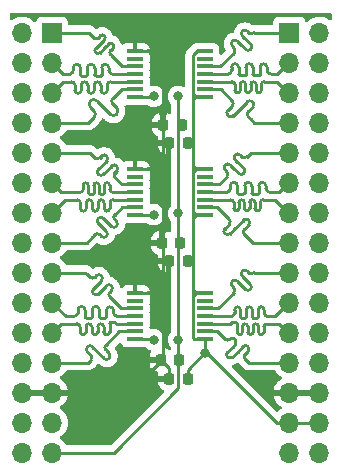
<source format=gbr>
%TF.GenerationSoftware,KiCad,Pcbnew,(6.0.1)*%
%TF.CreationDate,2022-07-20T18:19:17-07:00*%
%TF.ProjectId,LevelShifter,4c657665-6c53-4686-9966-7465722e6b69,rev?*%
%TF.SameCoordinates,Original*%
%TF.FileFunction,Copper,L2,Bot*%
%TF.FilePolarity,Positive*%
%FSLAX46Y46*%
G04 Gerber Fmt 4.6, Leading zero omitted, Abs format (unit mm)*
G04 Created by KiCad (PCBNEW (6.0.1)) date 2022-07-20 18:19:17*
%MOMM*%
%LPD*%
G01*
G04 APERTURE LIST*
G04 Aperture macros list*
%AMRoundRect*
0 Rectangle with rounded corners*
0 $1 Rounding radius*
0 $2 $3 $4 $5 $6 $7 $8 $9 X,Y pos of 4 corners*
0 Add a 4 corners polygon primitive as box body*
4,1,4,$2,$3,$4,$5,$6,$7,$8,$9,$2,$3,0*
0 Add four circle primitives for the rounded corners*
1,1,$1+$1,$2,$3*
1,1,$1+$1,$4,$5*
1,1,$1+$1,$6,$7*
1,1,$1+$1,$8,$9*
0 Add four rect primitives between the rounded corners*
20,1,$1+$1,$2,$3,$4,$5,0*
20,1,$1+$1,$4,$5,$6,$7,0*
20,1,$1+$1,$6,$7,$8,$9,0*
20,1,$1+$1,$8,$9,$2,$3,0*%
G04 Aperture macros list end*
%TA.AperFunction,ComponentPad*%
%ADD10R,1.700000X1.700000*%
%TD*%
%TA.AperFunction,ComponentPad*%
%ADD11O,1.700000X1.700000*%
%TD*%
%TA.AperFunction,SMDPad,CuDef*%
%ADD12RoundRect,0.225000X-0.225000X-0.250000X0.225000X-0.250000X0.225000X0.250000X-0.225000X0.250000X0*%
%TD*%
%TA.AperFunction,SMDPad,CuDef*%
%ADD13R,1.404099X0.354800*%
%TD*%
%TA.AperFunction,SMDPad,CuDef*%
%ADD14RoundRect,0.225000X0.225000X0.250000X-0.225000X0.250000X-0.225000X-0.250000X0.225000X-0.250000X0*%
%TD*%
%TA.AperFunction,ViaPad*%
%ADD15C,0.800000*%
%TD*%
%TA.AperFunction,Conductor*%
%ADD16C,0.250000*%
%TD*%
G04 APERTURE END LIST*
D10*
%TO.P,J1,1,Pin_1*%
%TO.N,/CHAN_0_IN*%
X149895000Y-80000000D03*
D11*
%TO.P,J1,2,Pin_2*%
%TO.N,/CHAN_23_IN*%
X147355000Y-80000000D03*
%TO.P,J1,3,Pin_3*%
%TO.N,/CHAN_1_IN*%
X149895000Y-82540000D03*
%TO.P,J1,4,Pin_4*%
%TO.N,/CHAN_22_IN*%
X147355000Y-82540000D03*
%TO.P,J1,5,Pin_5*%
%TO.N,/CHAN_2_IN*%
X149895000Y-85080000D03*
%TO.P,J1,6,Pin_6*%
%TO.N,/CHAN_21_IN*%
X147355000Y-85080000D03*
%TO.P,J1,7,Pin_7*%
%TO.N,/CHAN_3_IN*%
X149895000Y-87620000D03*
%TO.P,J1,8,Pin_8*%
%TO.N,/CHAN_20_IN*%
X147355000Y-87620000D03*
%TO.P,J1,9,Pin_9*%
%TO.N,/CHAN_4_IN*%
X149895000Y-90160000D03*
%TO.P,J1,10,Pin_10*%
%TO.N,/CHAN_19_IN*%
X147355000Y-90160000D03*
%TO.P,J1,11,Pin_11*%
%TO.N,/CHAN_5_IN*%
X149895000Y-92700000D03*
%TO.P,J1,12,Pin_12*%
%TO.N,/CHAN_18_IN*%
X147355000Y-92700000D03*
%TO.P,J1,13,Pin_13*%
%TO.N,/CHAN_6_IN*%
X149895000Y-95240000D03*
%TO.P,J1,14,Pin_14*%
%TO.N,/CHAN_17_IN*%
X147355000Y-95240000D03*
%TO.P,J1,15,Pin_15*%
%TO.N,/CHAN_7_IN*%
X149895000Y-97780000D03*
%TO.P,J1,16,Pin_16*%
%TO.N,/CHAN_16_IN*%
X147355000Y-97780000D03*
%TO.P,J1,17,Pin_17*%
%TO.N,/CHAN_8_IN*%
X149895000Y-100320000D03*
%TO.P,J1,18,Pin_18*%
%TO.N,/CHAN_15_IN*%
X147355000Y-100320000D03*
%TO.P,J1,19,Pin_19*%
%TO.N,/CHAN_9_IN*%
X149895000Y-102860000D03*
%TO.P,J1,20,Pin_20*%
%TO.N,/CHAN_14_IN*%
X147355000Y-102860000D03*
%TO.P,J1,21,Pin_21*%
%TO.N,/CHAN_10_IN*%
X149895000Y-105400000D03*
%TO.P,J1,22,Pin_22*%
%TO.N,/CHAN_13_IN*%
X147355000Y-105400000D03*
%TO.P,J1,23,Pin_23*%
%TO.N,/CHAN_11_IN*%
X149895000Y-107940000D03*
%TO.P,J1,24,Pin_24*%
%TO.N,/CHAN_12_IN*%
X147355000Y-107940000D03*
%TO.P,J1,25,Pin_25*%
%TO.N,/GND*%
X149895000Y-110480000D03*
%TO.P,J1,26,Pin_26*%
X147355000Y-110480000D03*
%TO.P,J1,27,Pin_27*%
%TO.N,/3V3*%
X149895000Y-113020000D03*
%TO.P,J1,28,Pin_28*%
X147355000Y-113020000D03*
%TO.P,J1,29,Pin_29*%
%TO.N,/5V*%
X149895000Y-115560000D03*
%TO.P,J1,30,Pin_30*%
X147355000Y-115560000D03*
%TD*%
D10*
%TO.P,J2,1,Pin_1*%
%TO.N,/CHAN_0_OUT*%
X169995000Y-80000000D03*
D11*
%TO.P,J2,2,Pin_2*%
%TO.N,/CHAN_23_OUT*%
X172535000Y-80000000D03*
%TO.P,J2,3,Pin_3*%
%TO.N,/CHAN_1_OUT*%
X169995000Y-82540000D03*
%TO.P,J2,4,Pin_4*%
%TO.N,/CHAN_22_OUT*%
X172535000Y-82540000D03*
%TO.P,J2,5,Pin_5*%
%TO.N,/CHAN_2_OUT*%
X169995000Y-85080000D03*
%TO.P,J2,6,Pin_6*%
%TO.N,/CHAN_21_OUT*%
X172535000Y-85080000D03*
%TO.P,J2,7,Pin_7*%
%TO.N,/CHAN_3_OUT*%
X169995000Y-87620000D03*
%TO.P,J2,8,Pin_8*%
%TO.N,/CHAN_20_OUT*%
X172535000Y-87620000D03*
%TO.P,J2,9,Pin_9*%
%TO.N,/CHAN_4_OUT*%
X169995000Y-90160000D03*
%TO.P,J2,10,Pin_10*%
%TO.N,/CHAN_19_OUT*%
X172535000Y-90160000D03*
%TO.P,J2,11,Pin_11*%
%TO.N,/CHAN_5_OUT*%
X169995000Y-92700000D03*
%TO.P,J2,12,Pin_12*%
%TO.N,/CHAN_18_OUT*%
X172535000Y-92700000D03*
%TO.P,J2,13,Pin_13*%
%TO.N,/CHAN_6_OUT*%
X169995000Y-95240000D03*
%TO.P,J2,14,Pin_14*%
%TO.N,/CHAN_17_OUT*%
X172535000Y-95240000D03*
%TO.P,J2,15,Pin_15*%
%TO.N,/CHAN_7_OUT*%
X169995000Y-97780000D03*
%TO.P,J2,16,Pin_16*%
%TO.N,/CHAN_16_OUT*%
X172535000Y-97780000D03*
%TO.P,J2,17,Pin_17*%
%TO.N,/CHAN_8_OUT*%
X169995000Y-100320000D03*
%TO.P,J2,18,Pin_18*%
%TO.N,/CHAN_15_OUT*%
X172535000Y-100320000D03*
%TO.P,J2,19,Pin_19*%
%TO.N,/CHAN_9_OUT*%
X169995000Y-102860000D03*
%TO.P,J2,20,Pin_20*%
%TO.N,/CHAN_14_OUT*%
X172535000Y-102860000D03*
%TO.P,J2,21,Pin_21*%
%TO.N,/CHAN_10_OUT*%
X169995000Y-105400000D03*
%TO.P,J2,22,Pin_22*%
%TO.N,/CHAN_13_OUT*%
X172535000Y-105400000D03*
%TO.P,J2,23,Pin_23*%
%TO.N,/CHAN_11_OUT*%
X169995000Y-107940000D03*
%TO.P,J2,24,Pin_24*%
%TO.N,/CHAN_12_OUT*%
X172535000Y-107940000D03*
%TO.P,J2,25,Pin_25*%
%TO.N,/GND*%
X169995000Y-110480000D03*
%TO.P,J2,26,Pin_26*%
X172535000Y-110480000D03*
%TO.P,J2,27,Pin_27*%
%TO.N,/3V3*%
X169995000Y-113020000D03*
%TO.P,J2,28,Pin_28*%
X172535000Y-113020000D03*
%TO.P,J2,29,Pin_29*%
%TO.N,/5V*%
X169995000Y-115560000D03*
%TO.P,J2,30,Pin_30*%
X172535000Y-115560000D03*
%TD*%
D12*
%TO.P,C6,1*%
%TO.N,/GND*%
X159320000Y-87800000D03*
%TO.P,C6,2*%
%TO.N,/5V*%
X160870000Y-87800000D03*
%TD*%
D13*
%TO.P,U2,1,VCCA*%
%TO.N,/5V*%
X156945052Y-85449958D03*
%TO.P,U2,2,A1*%
%TO.N,/CHAN_3_IN*%
X156945052Y-84799972D03*
%TO.P,U2,3,A2*%
%TO.N,/CHAN_2_IN*%
X156945052Y-84149986D03*
%TO.P,U2,4,A3*%
%TO.N,/CHAN_1_IN*%
X156945052Y-83500000D03*
%TO.P,U2,5,A4*%
%TO.N,/CHAN_0_IN*%
X156945052Y-82850014D03*
%TO.P,U2,6,NC*%
%TO.N,unconnected-(U2-Pad6)*%
X156945052Y-82200028D03*
%TO.P,U2,7,GND*%
%TO.N,/GND*%
X156945052Y-81550042D03*
%TO.P,U2,8,OE*%
%TO.N,/3V3*%
X162844948Y-81550042D03*
%TO.P,U2,9,NC*%
%TO.N,unconnected-(U2-Pad9)*%
X162844948Y-82200028D03*
%TO.P,U2,10,B4Y*%
%TO.N,/CHAN_0_OUT*%
X162844948Y-82850014D03*
%TO.P,U2,11,B3Y*%
%TO.N,/CHAN_1_OUT*%
X162844948Y-83500000D03*
%TO.P,U2,12,B2Y*%
%TO.N,/CHAN_2_OUT*%
X162844948Y-84149986D03*
%TO.P,U2,13,B1Y*%
%TO.N,/CHAN_3_OUT*%
X162844948Y-84799972D03*
%TO.P,U2,14,VCCB*%
%TO.N,/3V3*%
X162844948Y-85449958D03*
%TD*%
D12*
%TO.P,C2,1*%
%TO.N,/GND*%
X159120000Y-107700000D03*
%TO.P,C2,2*%
%TO.N,/5V*%
X160670000Y-107700000D03*
%TD*%
%TO.P,C4,1*%
%TO.N,/GND*%
X159220000Y-97800000D03*
%TO.P,C4,2*%
%TO.N,/5V*%
X160770000Y-97800000D03*
%TD*%
D13*
%TO.P,U1,1,VCCA*%
%TO.N,/5V*%
X156945052Y-105949958D03*
%TO.P,U1,2,A1*%
%TO.N,/CHAN_11_IN*%
X156945052Y-105299972D03*
%TO.P,U1,3,A2*%
%TO.N,/CHAN_10_IN*%
X156945052Y-104649986D03*
%TO.P,U1,4,A3*%
%TO.N,/CHAN_9_IN*%
X156945052Y-104000000D03*
%TO.P,U1,5,A4*%
%TO.N,/CHAN_8_IN*%
X156945052Y-103350014D03*
%TO.P,U1,6,NC*%
%TO.N,unconnected-(U1-Pad6)*%
X156945052Y-102700028D03*
%TO.P,U1,7,GND*%
%TO.N,/GND*%
X156945052Y-102050042D03*
%TO.P,U1,8,OE*%
%TO.N,/3V3*%
X162844948Y-102050042D03*
%TO.P,U1,9,NC*%
%TO.N,unconnected-(U1-Pad9)*%
X162844948Y-102700028D03*
%TO.P,U1,10,B4Y*%
%TO.N,/CHAN_8_OUT*%
X162844948Y-103350014D03*
%TO.P,U1,11,B3Y*%
%TO.N,/CHAN_9_OUT*%
X162844948Y-104000000D03*
%TO.P,U1,12,B2Y*%
%TO.N,/CHAN_10_OUT*%
X162844948Y-104649986D03*
%TO.P,U1,13,B1Y*%
%TO.N,/CHAN_11_OUT*%
X162844948Y-105299972D03*
%TO.P,U1,14,VCCB*%
%TO.N,/3V3*%
X162844948Y-105949958D03*
%TD*%
D14*
%TO.P,C5,1*%
%TO.N,/3V3*%
X161370000Y-89300000D03*
%TO.P,C5,2*%
%TO.N,/GND*%
X159820000Y-89300000D03*
%TD*%
%TO.P,C3,1*%
%TO.N,/3V3*%
X161370000Y-99300000D03*
%TO.P,C3,2*%
%TO.N,/GND*%
X159820000Y-99300000D03*
%TD*%
%TO.P,C1,1*%
%TO.N,/3V3*%
X161370000Y-109300000D03*
%TO.P,C1,2*%
%TO.N,/GND*%
X159820000Y-109300000D03*
%TD*%
D13*
%TO.P,U3,1,VCCA*%
%TO.N,/5V*%
X156945052Y-95449958D03*
%TO.P,U3,2,A1*%
%TO.N,/CHAN_7_IN*%
X156945052Y-94799972D03*
%TO.P,U3,3,A2*%
%TO.N,/CHAN_6_IN*%
X156945052Y-94149986D03*
%TO.P,U3,4,A3*%
%TO.N,/CHAN_5_IN*%
X156945052Y-93500000D03*
%TO.P,U3,5,A4*%
%TO.N,/CHAN_4_IN*%
X156945052Y-92850014D03*
%TO.P,U3,6,NC*%
%TO.N,unconnected-(U3-Pad6)*%
X156945052Y-92200028D03*
%TO.P,U3,7,GND*%
%TO.N,/GND*%
X156945052Y-91550042D03*
%TO.P,U3,8,OE*%
%TO.N,/3V3*%
X162844948Y-91550042D03*
%TO.P,U3,9,NC*%
%TO.N,unconnected-(U3-Pad9)*%
X162844948Y-92200028D03*
%TO.P,U3,10,B4Y*%
%TO.N,/CHAN_4_OUT*%
X162844948Y-92850014D03*
%TO.P,U3,11,B3Y*%
%TO.N,/CHAN_5_OUT*%
X162844948Y-93500000D03*
%TO.P,U3,12,B2Y*%
%TO.N,/CHAN_6_OUT*%
X162844948Y-94149986D03*
%TO.P,U3,13,B1Y*%
%TO.N,/CHAN_7_OUT*%
X162844948Y-94799972D03*
%TO.P,U3,14,VCCB*%
%TO.N,/3V3*%
X162844948Y-95449958D03*
%TD*%
D15*
%TO.N,/GND*%
X159295000Y-96600000D03*
X159295000Y-86700000D03*
X158095000Y-108800000D03*
%TO.N,/3V3*%
X162844948Y-107149948D03*
%TO.N,/5V*%
X158495000Y-106000000D03*
X160595000Y-85400000D03*
X160595000Y-95300000D03*
X160595000Y-106000000D03*
X158495000Y-85400000D03*
X158495000Y-95400000D03*
%TD*%
D16*
%TO.N,/CHAN_0_IN*%
X154683310Y-80951030D02*
X154491445Y-81142895D01*
X153592475Y-81688309D02*
X153592474Y-81688308D01*
X154314668Y-81319668D02*
X153946028Y-81688308D01*
X156945052Y-82850014D02*
X155845014Y-82850014D01*
X155845014Y-82850014D02*
X154845000Y-81850000D01*
X154844999Y-81496446D02*
X155036863Y-81304582D01*
X154845000Y-81496448D02*
X154844999Y-81496446D01*
X154491445Y-81142895D02*
X154314669Y-81319671D01*
X153430781Y-80435784D02*
X152995000Y-80000000D01*
X154314669Y-81319671D02*
X154314668Y-81319668D01*
X153592474Y-81334754D02*
X153961115Y-80966113D01*
X153961115Y-80966113D02*
X154329754Y-80597474D01*
X152995000Y-80000000D02*
X149895000Y-80000000D01*
X153430782Y-80435784D02*
X153430781Y-80435784D01*
X155036862Y-80951029D02*
X155036864Y-80951030D01*
X154329755Y-80243921D02*
X154329754Y-80243920D01*
X153976200Y-80243920D02*
X153784335Y-80435785D01*
X154683310Y-80951030D02*
G75*
G02*
X155036864Y-80951030I176777J-176778D01*
G01*
X153592475Y-81688309D02*
G75*
G03*
X153946028Y-81688308I176776J176776D01*
G01*
X155036862Y-80951029D02*
G75*
G02*
X155036863Y-81304582I-176775J-176777D01*
G01*
X154329755Y-80243921D02*
G75*
G02*
X154329754Y-80597474I-176776J-176776D01*
G01*
X153976200Y-80243920D02*
G75*
G02*
X154329754Y-80243920I176777J-176778D01*
G01*
X153430782Y-80435784D02*
G75*
G03*
X153784335Y-80435785I176777J176775D01*
G01*
X154845001Y-81496449D02*
G75*
G03*
X154845001Y-81849999I176772J-176775D01*
G01*
X153592474Y-81334754D02*
G75*
G03*
X153592474Y-81688308I176778J-176777D01*
G01*
%TO.N,/CHAN_1_IN*%
X152295000Y-83500000D02*
X152295000Y-82964591D01*
X152802296Y-83685409D02*
X152387704Y-83685409D01*
X151695000Y-82964591D02*
X151695000Y-83200000D01*
X154095000Y-82964591D02*
X154095000Y-83200000D01*
X153495000Y-83592705D02*
X153495000Y-83500000D01*
X156945052Y-83500000D02*
X154995000Y-83500000D01*
X153495000Y-83500000D02*
X153495000Y-82964591D01*
X152895000Y-82964591D02*
X152895000Y-83500000D01*
X151395000Y-83500000D02*
X150855000Y-83500000D01*
X154002296Y-83685409D02*
X153587704Y-83685409D01*
X154095000Y-83200000D02*
X154095000Y-83592705D01*
X152895000Y-83500000D02*
X152895000Y-83592705D01*
X152295000Y-83592705D02*
X152295000Y-83500000D01*
X154695000Y-83200000D02*
X154695000Y-82964591D01*
X150855000Y-83500000D02*
X149895000Y-82540000D01*
X153195000Y-82664591D02*
G75*
G02*
X153495000Y-82964591I0J-300000D01*
G01*
X152895000Y-82964591D02*
G75*
G02*
X153195000Y-82664591I300000J0D01*
G01*
X154095000Y-82964591D02*
G75*
G02*
X154395000Y-82664591I300000J0D01*
G01*
X151695000Y-82964591D02*
G75*
G02*
X151995000Y-82664591I300000J0D01*
G01*
X152295000Y-83592705D02*
G75*
G03*
X152387704Y-83685409I92703J-1D01*
G01*
X154395000Y-82664591D02*
G75*
G02*
X154695000Y-82964591I0J-300000D01*
G01*
X153495000Y-83592705D02*
G75*
G03*
X153587704Y-83685409I92703J-1D01*
G01*
X152802296Y-83685409D02*
G75*
G03*
X152895000Y-83592705I1J92703D01*
G01*
X154002296Y-83685409D02*
G75*
G03*
X154095000Y-83592705I1J92703D01*
G01*
X151995000Y-82664591D02*
G75*
G02*
X152295000Y-82964591I0J-300000D01*
G01*
X151395000Y-83500000D02*
G75*
G03*
X151695000Y-83200000I0J300000D01*
G01*
X154695000Y-83200000D02*
G75*
G03*
X154995000Y-83500000I300000J0D01*
G01*
%TO.N,/CHAN_2_IN*%
X151820014Y-84871816D02*
X151820014Y-84424986D01*
X154570014Y-84424986D02*
X154570014Y-84871816D01*
X153470014Y-84424986D02*
X153470014Y-84871816D01*
X154020014Y-84871816D02*
X154020014Y-84424986D01*
X156945052Y-84149986D02*
X154845014Y-84149986D01*
X151545014Y-84149986D02*
X150825014Y-84149986D01*
X152920014Y-84871816D02*
X152920014Y-84424986D01*
X152370014Y-84424986D02*
X152370014Y-84871816D01*
X150825014Y-84149986D02*
X149895000Y-85080000D01*
X153470014Y-84424986D02*
G75*
G02*
X153745014Y-84149986I275001J-1D01*
G01*
X151820014Y-84871816D02*
G75*
G03*
X152095014Y-85146816I275001J1D01*
G01*
X152920014Y-84871816D02*
G75*
G03*
X153195014Y-85146816I275001J1D01*
G01*
X152095014Y-85146816D02*
G75*
G03*
X152370014Y-84871816I-1J275001D01*
G01*
X151545014Y-84149986D02*
G75*
G02*
X151820014Y-84424986I-1J-275001D01*
G01*
X154570014Y-84424986D02*
G75*
G02*
X154845014Y-84149986I275001J-1D01*
G01*
X153195014Y-85146816D02*
G75*
G03*
X153470014Y-84871816I-1J275001D01*
G01*
X152370014Y-84424986D02*
G75*
G02*
X152645014Y-84149986I275001J-1D01*
G01*
X153745014Y-84149986D02*
G75*
G02*
X154020014Y-84424986I-1J-275001D01*
G01*
X154295014Y-85146816D02*
G75*
G03*
X154570014Y-84871816I-1J275001D01*
G01*
X152645014Y-84149986D02*
G75*
G02*
X152920014Y-84424986I-1J-275001D01*
G01*
X154020014Y-84871816D02*
G75*
G03*
X154295014Y-85146816I275001J1D01*
G01*
%TO.N,/CHAN_3_IN*%
X152975000Y-87620000D02*
X149895000Y-87620000D01*
X153276552Y-87318448D02*
X152975000Y-87620000D01*
X154823613Y-86919602D02*
X154823614Y-86919603D01*
X154823614Y-86919603D02*
X153675399Y-85771384D01*
X155045000Y-86080330D02*
X155353944Y-86389273D01*
X153454012Y-87140988D02*
X153276552Y-87318448D01*
X153145067Y-86301716D02*
X153454012Y-86610658D01*
X153145068Y-86301717D02*
X153145067Y-86301716D01*
X156945052Y-84799972D02*
X155795028Y-84799972D01*
X155795028Y-84799972D02*
X155045000Y-85550000D01*
X155045001Y-86080331D02*
X155045000Y-86080330D01*
X154823614Y-86919601D02*
G75*
G03*
X155353943Y-86919602I265165J265163D01*
G01*
X155045002Y-86080330D02*
G75*
G02*
X155045001Y-85550001I265163J265165D01*
G01*
X153454011Y-87140987D02*
G75*
G03*
X153454011Y-86610659I-265164J265164D01*
G01*
X153145068Y-86301717D02*
G75*
G02*
X153145067Y-85771386I265167J265166D01*
G01*
X155353943Y-86919602D02*
G75*
G03*
X155353943Y-86389274I-265164J265164D01*
G01*
X153145068Y-85771387D02*
G75*
G02*
X153675398Y-85771385I265166J-265169D01*
G01*
%TO.N,/CHAN_4_IN*%
X153798031Y-91575644D02*
X154520644Y-90853030D01*
X155220000Y-91850736D02*
X155369175Y-91701561D01*
X153105000Y-90160000D02*
X149895000Y-90160000D01*
X155795014Y-92850014D02*
X155220000Y-92275000D01*
X156945052Y-92850014D02*
X155795014Y-92850014D01*
X154944909Y-91277296D02*
X154222295Y-91999909D01*
X154944909Y-91277297D02*
X154944909Y-91277296D01*
X153522938Y-90577941D02*
X153105000Y-90160000D01*
X154096378Y-90428765D02*
X153947202Y-90577941D01*
X154096378Y-90428766D02*
X154096378Y-90428765D01*
X153798031Y-91575643D02*
X153798031Y-91575644D01*
X155369174Y-91277298D02*
G75*
G02*
X155369174Y-91701560I-212131J-212131D01*
G01*
X153522939Y-90577940D02*
G75*
G03*
X153947201Y-90577940I212131J212131D01*
G01*
X153798032Y-91999908D02*
G75*
G03*
X154222294Y-91999908I212131J212131D01*
G01*
X154520643Y-90428767D02*
G75*
G02*
X154520643Y-90853029I-212131J-212131D01*
G01*
X155220001Y-91850737D02*
G75*
G03*
X155220001Y-92274999I212131J-212131D01*
G01*
X153798031Y-91575643D02*
G75*
G03*
X153798031Y-91999909I212134J-212133D01*
G01*
X154096379Y-90428767D02*
G75*
G02*
X154520643Y-90428767I212132J-212130D01*
G01*
X154944910Y-91277298D02*
G75*
G02*
X155369174Y-91277298I212132J-212130D01*
G01*
%TO.N,/CHAN_5_IN*%
X152970000Y-93598142D02*
X152970000Y-93500000D01*
X153321858Y-93696284D02*
X153068142Y-93696284D01*
X151997400Y-93500000D02*
X150695000Y-93500000D01*
X152970000Y-93500000D02*
X152970000Y-92928716D01*
X154770000Y-93275000D02*
X154770000Y-92928716D01*
X153420000Y-92928716D02*
X153420000Y-93500000D01*
X154221858Y-93696284D02*
X153968142Y-93696284D01*
X153870000Y-93598142D02*
X153870000Y-93500000D01*
X154320000Y-93275000D02*
X154320000Y-93598142D01*
X154320000Y-92928716D02*
X154320000Y-93275000D01*
X150695000Y-93500000D02*
X149895000Y-92700000D01*
X153870000Y-93500000D02*
X153870000Y-92928716D01*
X152520000Y-92928716D02*
X152520000Y-93275000D01*
X152295000Y-93500000D02*
X151997400Y-93500000D01*
X153420000Y-93500000D02*
X153420000Y-93598142D01*
X156945052Y-93500000D02*
X154995000Y-93500000D01*
X153870000Y-93598142D02*
G75*
G03*
X153968142Y-93696284I98142J0D01*
G01*
X154770000Y-93275000D02*
G75*
G03*
X154995000Y-93500000I225000J0D01*
G01*
X152745000Y-92703716D02*
G75*
G02*
X152970000Y-92928716I0J-225000D01*
G01*
X153321858Y-93696284D02*
G75*
G03*
X153420000Y-93598142I0J98142D01*
G01*
X154221858Y-93696284D02*
G75*
G03*
X154320000Y-93598142I0J98142D01*
G01*
X152295000Y-93500000D02*
G75*
G03*
X152520000Y-93275000I0J225000D01*
G01*
X152970000Y-93598142D02*
G75*
G03*
X153068142Y-93696284I98142J0D01*
G01*
X154320000Y-92928716D02*
G75*
G02*
X154545000Y-92703716I225000J0D01*
G01*
X152520000Y-92928716D02*
G75*
G02*
X152745000Y-92703716I225000J0D01*
G01*
X154545000Y-92703716D02*
G75*
G02*
X154770000Y-92928716I0J-225000D01*
G01*
X153645000Y-92703716D02*
G75*
G02*
X153870000Y-92928716I0J-225000D01*
G01*
X153420000Y-92928716D02*
G75*
G02*
X153645000Y-92703716I225000J0D01*
G01*
%TO.N,/CHAN_6_IN*%
X152045014Y-94149986D02*
X151995014Y-94149986D01*
X150985014Y-94149986D02*
X149895000Y-95240000D01*
X152795014Y-94399986D02*
X152795014Y-94864308D01*
X152295014Y-94864308D02*
X152295014Y-94399986D01*
X156945052Y-94149986D02*
X155045014Y-94149986D01*
X154795014Y-94399986D02*
X154795014Y-94864308D01*
X153795014Y-94399986D02*
X153795014Y-94864308D01*
X154295014Y-94864308D02*
X154295014Y-94399986D01*
X153295014Y-94864308D02*
X153295014Y-94399986D01*
X151995014Y-94149986D02*
X150985014Y-94149986D01*
X153545014Y-95114308D02*
G75*
G03*
X153795014Y-94864308I1J249999D01*
G01*
X154545014Y-95114308D02*
G75*
G03*
X154795014Y-94864308I1J249999D01*
G01*
X152295014Y-94864308D02*
G75*
G03*
X152545014Y-95114308I249999J-1D01*
G01*
X154295014Y-94864308D02*
G75*
G03*
X154545014Y-95114308I249999J-1D01*
G01*
X152545014Y-95114308D02*
G75*
G03*
X152795014Y-94864308I1J249999D01*
G01*
X154795014Y-94399986D02*
G75*
G02*
X155045014Y-94149986I249999J1D01*
G01*
X152795014Y-94399986D02*
G75*
G02*
X153045014Y-94149986I249999J1D01*
G01*
X153045014Y-94149986D02*
G75*
G02*
X153295014Y-94399986I1J-249999D01*
G01*
X154045014Y-94149986D02*
G75*
G02*
X154295014Y-94399986I1J-249999D01*
G01*
X152045014Y-94149986D02*
G75*
G02*
X152295014Y-94399986I1J-249999D01*
G01*
X153295014Y-94864308D02*
G75*
G03*
X153545014Y-95114308I249999J-1D01*
G01*
X153795014Y-94399986D02*
G75*
G02*
X154045014Y-94149986I249999J1D01*
G01*
%TO.N,/CHAN_7_IN*%
X155795028Y-94799972D02*
X155195000Y-95400000D01*
X155195001Y-95824265D02*
X155195000Y-95824264D01*
X154917552Y-96395343D02*
X154235014Y-95712801D01*
X153810749Y-96137068D02*
X153810748Y-96137067D01*
X155195000Y-95824264D02*
X155341816Y-95971079D01*
X156945052Y-94799972D02*
X155795028Y-94799972D01*
X153810748Y-96137067D02*
X154346475Y-96672790D01*
X153266217Y-97328783D02*
X152815000Y-97780000D01*
X152815000Y-97780000D02*
X149895000Y-97780000D01*
X154069026Y-97243869D02*
X153922211Y-97097053D01*
X154917551Y-96395342D02*
X154917552Y-96395343D01*
X153497947Y-97097053D02*
X153266217Y-97328783D01*
X154346475Y-96672790D02*
X154493290Y-96819605D01*
X154069025Y-97243868D02*
X154069026Y-97243869D01*
X154069026Y-97243867D02*
G75*
G03*
X154493289Y-97243868I212132J212130D01*
G01*
X154493289Y-97243868D02*
G75*
G03*
X154493289Y-96819606I-212131J212131D01*
G01*
X153810749Y-96137068D02*
G75*
G02*
X153810748Y-95712803I212134J212133D01*
G01*
X153497948Y-97097054D02*
G75*
G02*
X153922210Y-97097054I212131J-212131D01*
G01*
X155195002Y-95824264D02*
G75*
G02*
X155195001Y-95400001I212130J212132D01*
G01*
X155341815Y-96395342D02*
G75*
G03*
X155341815Y-95971080I-212131J212131D01*
G01*
X153810749Y-95712804D02*
G75*
G02*
X154235013Y-95712802I212133J-212136D01*
G01*
X154917552Y-96395341D02*
G75*
G03*
X155341815Y-96395342I212132J212130D01*
G01*
%TO.N,/CHAN_8_IN*%
X154795000Y-101975736D02*
X154927578Y-101843158D01*
X154503312Y-101418893D02*
X153813892Y-102108312D01*
X153097938Y-100702941D02*
X152828665Y-100433665D01*
X154503312Y-101418894D02*
X154503312Y-101418893D01*
X153654781Y-100570363D02*
X153654781Y-100570362D01*
X152715000Y-100320000D02*
X149895000Y-100320000D01*
X156945052Y-103350014D02*
X155745014Y-103350014D01*
X153389628Y-101684047D02*
X154079047Y-100994627D01*
X152828665Y-100433665D02*
X152715000Y-100320000D01*
X153654781Y-100570362D02*
X153522202Y-100702941D01*
X155745014Y-103350014D02*
X154795000Y-102400000D01*
X153389628Y-101684046D02*
X153389628Y-101684047D01*
X153654782Y-100570364D02*
G75*
G02*
X154079046Y-100570364I212132J-212130D01*
G01*
X154079046Y-100570364D02*
G75*
G02*
X154079046Y-100994626I-212131J-212131D01*
G01*
X154927577Y-101418895D02*
G75*
G02*
X154927577Y-101843157I-212131J-212131D01*
G01*
X154795001Y-101975737D02*
G75*
G03*
X154795001Y-102399999I212131J-212131D01*
G01*
X153389629Y-102108311D02*
G75*
G03*
X153813891Y-102108311I212131J212131D01*
G01*
X154503313Y-101418895D02*
G75*
G02*
X154927577Y-101418895I212132J-212130D01*
G01*
X153097939Y-100702940D02*
G75*
G03*
X153522201Y-100702940I212131J212131D01*
G01*
X153389628Y-101684046D02*
G75*
G03*
X153389628Y-102108312I212134J-212133D01*
G01*
%TO.N,/CHAN_9_IN*%
X153895000Y-104093977D02*
X153895000Y-104000000D01*
X152695000Y-104093977D02*
X152695000Y-104000000D01*
X156945052Y-104000000D02*
X155395000Y-104000000D01*
X152095000Y-103462047D02*
X152095000Y-103700000D01*
X153201024Y-104187953D02*
X152788976Y-104187953D01*
X151035000Y-104000000D02*
X149895000Y-102860000D01*
X153895000Y-104000000D02*
X153895000Y-103462047D01*
X151795000Y-104000000D02*
X151247059Y-104000000D01*
X154495000Y-103700000D02*
X154495000Y-104093977D01*
X151247059Y-104000000D02*
X151035000Y-104000000D01*
X154495000Y-103512047D02*
X154495000Y-103700000D01*
X155095000Y-103700000D02*
X155095000Y-103512047D01*
X154401024Y-104187953D02*
X153988976Y-104187953D01*
X153295000Y-103462047D02*
X153295000Y-104000000D01*
X152695000Y-104000000D02*
X152695000Y-103462047D01*
X153295000Y-104000000D02*
X153295000Y-104093977D01*
X152395000Y-103162047D02*
G75*
G02*
X152695000Y-103462047I0J-300000D01*
G01*
X154495000Y-103512047D02*
G75*
G02*
X154795000Y-103212047I300000J0D01*
G01*
X155095000Y-103700000D02*
G75*
G03*
X155395000Y-104000000I300000J0D01*
G01*
X151795000Y-104000000D02*
G75*
G03*
X152095000Y-103700000I0J300000D01*
G01*
X153895000Y-104093977D02*
G75*
G03*
X153988976Y-104187953I93976J0D01*
G01*
X152095000Y-103462047D02*
G75*
G02*
X152395000Y-103162047I300000J0D01*
G01*
X153201024Y-104187953D02*
G75*
G03*
X153295000Y-104093977I0J93976D01*
G01*
X153595000Y-103162047D02*
G75*
G02*
X153895000Y-103462047I0J-300000D01*
G01*
X152695000Y-104093977D02*
G75*
G03*
X152788976Y-104187953I93976J0D01*
G01*
X154401024Y-104187953D02*
G75*
G03*
X154495000Y-104093977I0J93976D01*
G01*
X153295000Y-103462047D02*
G75*
G02*
X153595000Y-103162047I300000J0D01*
G01*
X154795000Y-103212047D02*
G75*
G02*
X155095000Y-103512047I0J-300000D01*
G01*
%TO.N,/CHAN_10_IN*%
X155275215Y-104580215D02*
X155275215Y-104580214D01*
X154269986Y-105339529D02*
X154269986Y-104899986D01*
X154775215Y-104580214D02*
X154775215Y-104580215D01*
X154775215Y-104649986D02*
X154769986Y-104649986D01*
X153769986Y-104899986D02*
X153769986Y-105339529D01*
X150949268Y-104649986D02*
X150645014Y-104649986D01*
X150645014Y-104649986D02*
X149895000Y-105400000D01*
X152769986Y-104899986D02*
X152769986Y-105339529D01*
X156945052Y-104649986D02*
X155344986Y-104649986D01*
X153269986Y-105339529D02*
X153269986Y-104899986D01*
X152269986Y-105339529D02*
X152269986Y-104899986D01*
X154769986Y-104649986D02*
X154769986Y-105339529D01*
X155205444Y-104510443D02*
X154844986Y-104510443D01*
X152019986Y-104649986D02*
X150949268Y-104649986D01*
X154775215Y-104580215D02*
X154775215Y-104649986D01*
X152769986Y-104899986D02*
G75*
G02*
X153019986Y-104649986I249999J1D01*
G01*
X153519986Y-105589529D02*
G75*
G03*
X153769986Y-105339529I1J249999D01*
G01*
X152269986Y-105339529D02*
G75*
G03*
X152519986Y-105589529I249999J-1D01*
G01*
X154775215Y-104580214D02*
G75*
G02*
X154844986Y-104510443I69769J2D01*
G01*
X154269986Y-105339529D02*
G75*
G03*
X154519986Y-105589529I249999J-1D01*
G01*
X155275215Y-104580215D02*
G75*
G03*
X155344986Y-104649986I69769J-2D01*
G01*
X152019986Y-104649986D02*
G75*
G02*
X152269986Y-104899986I1J-249999D01*
G01*
X154519986Y-105589529D02*
G75*
G03*
X154769986Y-105339529I1J249999D01*
G01*
X153269986Y-105339529D02*
G75*
G03*
X153519986Y-105589529I249999J-1D01*
G01*
X152519986Y-105589529D02*
G75*
G03*
X152769986Y-105339529I1J249999D01*
G01*
X155205444Y-104510443D02*
G75*
G02*
X155275215Y-104580214I2J-69769D01*
G01*
X153769986Y-104899986D02*
G75*
G02*
X154019986Y-104649986I249999J1D01*
G01*
X153019986Y-104649986D02*
G75*
G02*
X153269986Y-104899986I1J-249999D01*
G01*
X154019986Y-104649986D02*
G75*
G02*
X154269986Y-104899986I1J-249999D01*
G01*
%TO.N,/CHAN_11_IN*%
X154445001Y-106874265D02*
X154445000Y-106874264D01*
X154445000Y-106874264D02*
X154727843Y-107157106D01*
X154303579Y-107581370D02*
X153313632Y-106591419D01*
X155595028Y-105299972D02*
X154445000Y-106450000D01*
X153172210Y-107722790D02*
X152955000Y-107940000D01*
X152889367Y-107015686D02*
X152889366Y-107015685D01*
X152955000Y-107940000D02*
X149895000Y-107940000D01*
X156945052Y-105299972D02*
X155595028Y-105299972D01*
X152889366Y-107015685D02*
X153172210Y-107298526D01*
X154303578Y-107581369D02*
X154303579Y-107581370D01*
X154445002Y-106874264D02*
G75*
G02*
X154445001Y-106450001I212130J212132D01*
G01*
X152889367Y-106591422D02*
G75*
G02*
X153313631Y-106591420I212133J-212136D01*
G01*
X153172209Y-107722789D02*
G75*
G03*
X153172209Y-107298527I-212131J212131D01*
G01*
X154727842Y-107581369D02*
G75*
G03*
X154727842Y-107157107I-212131J212131D01*
G01*
X154303579Y-107581368D02*
G75*
G03*
X154727842Y-107581369I212132J212130D01*
G01*
X152889367Y-107015686D02*
G75*
G02*
X152889366Y-106591421I212134J212133D01*
G01*
%TO.N,/GND*%
X159295000Y-102100000D02*
X159295000Y-96600000D01*
X159295000Y-96600000D02*
X159295000Y-91600000D01*
X159295000Y-91600000D02*
X159295000Y-86700000D01*
X149895000Y-110480000D02*
X156415000Y-110480000D01*
X159245042Y-91550042D02*
X159295000Y-91600000D01*
X156945052Y-91550042D02*
X159245042Y-91550042D01*
X159820000Y-109300000D02*
X159820000Y-108400000D01*
X159295000Y-86700000D02*
X159295000Y-82700000D01*
X159295000Y-82700000D02*
X158145042Y-81550042D01*
X159295000Y-107600000D02*
X159295000Y-102100000D01*
X158145042Y-81550042D02*
X156945052Y-81550042D01*
X156415000Y-110480000D02*
X159295000Y-107600000D01*
X156945052Y-102050042D02*
X159245042Y-102050042D01*
X159245042Y-102050042D02*
X159295000Y-102100000D01*
X159820000Y-108400000D02*
X159120000Y-107700000D01*
%TO.N,/3V3*%
X161818388Y-85223388D02*
X161818388Y-81876612D01*
X161818388Y-105875447D02*
X161818388Y-102276612D01*
X162844948Y-102050042D02*
X162044958Y-102050042D01*
X162045042Y-85449958D02*
X162044958Y-85449958D01*
X161818388Y-101823388D02*
X161818388Y-95676612D01*
X161891734Y-91550042D02*
X161818388Y-91623388D01*
X162044958Y-102049958D02*
X161818388Y-101823388D01*
X161818388Y-95223388D02*
X161818388Y-95123388D01*
X162844948Y-107149948D02*
X162844948Y-105949958D01*
X161818388Y-91876612D02*
X161818388Y-91623388D01*
X162044958Y-95449958D02*
X161818388Y-95223388D01*
X161891734Y-95449958D02*
X161818388Y-95376612D01*
X162045042Y-85449958D02*
X161871612Y-85623388D01*
X162044958Y-102049958D02*
X162044958Y-102050042D01*
X161818388Y-95123388D02*
X161818388Y-91876612D01*
X161818388Y-95376612D02*
X161818388Y-95123388D01*
X172435000Y-113020000D02*
X169895000Y-113020000D01*
X162045042Y-85449958D02*
X161845042Y-85449958D01*
X161818388Y-91323388D02*
X161818388Y-85623388D01*
X162844948Y-105949958D02*
X161892899Y-105949958D01*
X162044958Y-95449958D02*
X162044958Y-95450042D01*
X161370000Y-108524948D02*
X162745000Y-107149948D01*
X162745000Y-107149948D02*
X162844948Y-107149948D01*
X162844948Y-91550042D02*
X162044958Y-91550042D01*
X163044948Y-107149948D02*
X162844948Y-107149948D01*
X162044958Y-95449958D02*
X161891734Y-95449958D01*
X162844948Y-95449958D02*
X162044958Y-95449958D01*
X168915000Y-113020000D02*
X163044948Y-107149948D01*
X161370000Y-109300000D02*
X161370000Y-108524948D01*
X161818388Y-85476612D02*
X161818388Y-85223388D01*
X161818388Y-101976612D02*
X161818388Y-101823388D01*
X162844948Y-85449958D02*
X162045042Y-85449958D01*
X161818388Y-91776612D02*
X161818388Y-91876612D01*
X162044958Y-85449958D02*
X161818388Y-85223388D01*
X161818388Y-91623388D02*
X161818388Y-91323388D01*
X162044958Y-102050042D02*
X161891818Y-102050042D01*
X162044958Y-91550042D02*
X161891734Y-91550042D01*
X162044958Y-102050042D02*
X161818388Y-102276612D01*
X162044958Y-95450042D02*
X161818388Y-95676612D01*
X161818388Y-102276612D02*
X161818388Y-101976612D01*
X161891818Y-102050042D02*
X161818388Y-101976612D01*
X161892899Y-105949958D02*
X161818388Y-105875447D01*
X162044958Y-91550042D02*
X161818388Y-91776612D01*
X161845042Y-85449958D02*
X161818388Y-85476612D01*
X162144958Y-81550042D02*
X162844948Y-81550042D01*
X161871612Y-85623388D02*
X161818388Y-85623388D01*
X161818388Y-85623388D02*
X161818388Y-85476612D01*
X161818388Y-95676612D02*
X161818388Y-95376612D01*
X162044958Y-91549958D02*
X161818388Y-91323388D01*
X162044958Y-91550042D02*
X162044958Y-91549958D01*
X161818388Y-81876612D02*
X162144958Y-81550042D01*
X169895000Y-113020000D02*
X168915000Y-113020000D01*
%TO.N,/5V*%
X160595000Y-85400000D02*
X160595000Y-95300000D01*
X158445042Y-85449958D02*
X158495000Y-85400000D01*
X156945052Y-85449958D02*
X158445042Y-85449958D01*
X160595000Y-95300000D02*
X160595000Y-106000000D01*
X160595000Y-106000000D02*
X160595000Y-110100000D01*
X160595000Y-110100000D02*
X155135000Y-115560000D01*
X156945052Y-105949958D02*
X158444958Y-105949958D01*
X158444958Y-105949958D02*
X158495000Y-106000000D01*
X155135000Y-115560000D02*
X149895000Y-115560000D01*
X156945052Y-95449958D02*
X158445042Y-95449958D01*
X158445042Y-95449958D02*
X158495000Y-95400000D01*
%TO.N,/CHAN_0_OUT*%
X166146473Y-80424263D02*
X166712101Y-80989890D01*
X165156582Y-81131427D02*
X165297947Y-81272789D01*
X166287837Y-81414154D02*
X165934342Y-81060658D01*
X165297947Y-81697053D02*
X164144986Y-82850014D01*
X169895000Y-80000000D02*
X166995000Y-80000000D01*
X165156583Y-81131428D02*
X165156582Y-81131427D01*
X166005108Y-80282901D02*
X166146473Y-80424263D01*
X166570736Y-80000000D02*
X166429372Y-79858637D01*
X165934342Y-81060658D02*
X165580848Y-80707161D01*
X166570735Y-79999999D02*
X166570736Y-80000000D01*
X164144986Y-82850014D02*
X162844948Y-82850014D01*
X166287836Y-81414153D02*
X166287837Y-81414154D01*
X166005109Y-80282902D02*
X166005108Y-80282901D01*
X166005109Y-80282902D02*
G75*
G02*
X166005108Y-79858637I212134J212133D01*
G01*
X166005109Y-79858638D02*
G75*
G02*
X166429371Y-79858638I212131J-212131D01*
G01*
X165156583Y-80707164D02*
G75*
G02*
X165580847Y-80707162I212133J-212136D01*
G01*
X166712100Y-81414153D02*
G75*
G03*
X166712100Y-80989891I-212131J212131D01*
G01*
X165156583Y-81131428D02*
G75*
G02*
X165156582Y-80707163I212134J212133D01*
G01*
X166287837Y-81414152D02*
G75*
G03*
X166712100Y-81414153I212132J212130D01*
G01*
X165297946Y-81697052D02*
G75*
G03*
X165297946Y-81272790I-212131J212131D01*
G01*
X166570735Y-79999999D02*
G75*
G03*
X166995000Y-80000000I212133J212127D01*
G01*
%TO.N,/CHAN_1_OUT*%
X166895000Y-83500000D02*
X166895000Y-82924591D01*
X164382893Y-83500000D02*
X162844948Y-83500000D01*
X165695000Y-83562705D02*
X165695000Y-83500000D01*
X165095000Y-82924591D02*
X165095000Y-83200000D01*
X168935000Y-83500000D02*
X168395000Y-83500000D01*
X167495000Y-82924591D02*
X167495000Y-83200000D01*
X167495000Y-83200000D02*
X167495000Y-83562705D01*
X168095000Y-83200000D02*
X168095000Y-82924591D01*
X169895000Y-82540000D02*
X168935000Y-83500000D01*
X164795000Y-83500000D02*
X164382893Y-83500000D01*
X166295000Y-82924591D02*
X166295000Y-83500000D01*
X165695000Y-83500000D02*
X165695000Y-82924591D01*
X166295000Y-83500000D02*
X166295000Y-83562705D01*
X166232296Y-83625409D02*
X165757704Y-83625409D01*
X167432296Y-83625409D02*
X166957704Y-83625409D01*
X166895000Y-83562705D02*
X166895000Y-83500000D01*
X165395000Y-82624591D02*
G75*
G02*
X165695000Y-82924591I0J-300000D01*
G01*
X164795000Y-83500000D02*
G75*
G03*
X165095000Y-83200000I0J300000D01*
G01*
X167795000Y-82624591D02*
G75*
G02*
X168095000Y-82924591I0J-300000D01*
G01*
X167495000Y-82924591D02*
G75*
G02*
X167795000Y-82624591I300000J0D01*
G01*
X165695000Y-83562705D02*
G75*
G03*
X165757704Y-83625409I62705J1D01*
G01*
X166895000Y-83562705D02*
G75*
G03*
X166957704Y-83625409I62705J1D01*
G01*
X166232296Y-83625409D02*
G75*
G03*
X166295000Y-83562705I-1J62705D01*
G01*
X166295000Y-82924591D02*
G75*
G02*
X166595000Y-82624591I300000J0D01*
G01*
X166595000Y-82624591D02*
G75*
G02*
X166895000Y-82924591I0J-300000D01*
G01*
X168095000Y-83200000D02*
G75*
G03*
X168395000Y-83500000I300000J0D01*
G01*
X167432296Y-83625409D02*
G75*
G03*
X167495000Y-83562705I-1J62705D01*
G01*
X165095000Y-82924591D02*
G75*
G02*
X165395000Y-82624591I300000J0D01*
G01*
%TO.N,/CHAN_2_OUT*%
X165369986Y-84878938D02*
X165369986Y-84374986D01*
X166269986Y-84878938D02*
X166269986Y-84374986D01*
X165144986Y-84149986D02*
X165094986Y-84149986D01*
X165819986Y-84374986D02*
X165819986Y-84878938D01*
X167619986Y-84374986D02*
X167619986Y-84878938D01*
X168964986Y-84149986D02*
X167844986Y-84149986D01*
X167169986Y-84878938D02*
X167169986Y-84374986D01*
X169895000Y-85080000D02*
X168964986Y-84149986D01*
X166719986Y-84374986D02*
X166719986Y-84878938D01*
X165094986Y-84149986D02*
X162844948Y-84149986D01*
X165369986Y-84878938D02*
G75*
G03*
X165594986Y-85103938I225000J0D01*
G01*
X166719986Y-84374986D02*
G75*
G02*
X166944986Y-84149986I225000J0D01*
G01*
X165144986Y-84149986D02*
G75*
G02*
X165369986Y-84374986I0J-225000D01*
G01*
X165594986Y-85103938D02*
G75*
G03*
X165819986Y-84878938I0J225000D01*
G01*
X167169986Y-84878938D02*
G75*
G03*
X167394986Y-85103938I225000J0D01*
G01*
X166494986Y-85103938D02*
G75*
G03*
X166719986Y-84878938I0J225000D01*
G01*
X167394986Y-85103938D02*
G75*
G03*
X167619986Y-84878938I0J225000D01*
G01*
X166944986Y-84149986D02*
G75*
G02*
X167169986Y-84374986I0J-225000D01*
G01*
X166269986Y-84878938D02*
G75*
G03*
X166494986Y-85103938I225000J0D01*
G01*
X166044986Y-84149986D02*
G75*
G02*
X166269986Y-84374986I0J-225000D01*
G01*
X167619986Y-84374986D02*
G75*
G02*
X167844986Y-84149986I225000J0D01*
G01*
X165819986Y-84374986D02*
G75*
G02*
X166044986Y-84149986I225000J0D01*
G01*
%TO.N,/CHAN_3_OUT*%
X167015000Y-87620000D02*
X169895000Y-87620000D01*
X165834428Y-86439430D02*
X165834431Y-86439431D01*
X164194972Y-84799972D02*
X165145000Y-85750000D01*
X165834431Y-86439431D02*
X166421143Y-85852719D01*
X165145000Y-86209620D02*
X164788098Y-86566522D01*
X162844948Y-84799972D02*
X164194972Y-84799972D01*
X166880762Y-85852720D02*
X166880762Y-85852719D01*
X166713517Y-87318517D02*
X167015000Y-87620000D01*
X166523861Y-87128859D02*
X166523861Y-87128858D01*
X166880762Y-86312337D02*
X166880762Y-86312338D01*
X165247717Y-87026142D02*
X165247717Y-87026141D01*
X166523861Y-87128858D02*
X166713517Y-87318517D01*
X165247717Y-87026141D02*
X165834428Y-86439430D01*
X166880762Y-86312338D02*
X166523861Y-86669239D01*
X164788098Y-87026142D02*
X164788099Y-87026142D01*
X166880762Y-86312337D02*
G75*
G03*
X166880762Y-85852719I-229809J229809D01*
G01*
X165247717Y-87026142D02*
G75*
G02*
X164788099Y-87026142I-229809J229812D01*
G01*
X166880762Y-85852720D02*
G75*
G03*
X166421143Y-85852719I-229810J-229808D01*
G01*
X165145000Y-86209620D02*
G75*
G03*
X165145000Y-85750000I-229811J229810D01*
G01*
X164788098Y-87026142D02*
G75*
G02*
X164788098Y-86566522I229811J229810D01*
G01*
X166523861Y-87128859D02*
G75*
G02*
X166523861Y-86669239I229811J229810D01*
G01*
%TO.N,/CHAN_4_OUT*%
X164697947Y-92197053D02*
X164044986Y-92850014D01*
X165334342Y-91560658D02*
X164973038Y-91199351D01*
X169895000Y-90160000D02*
X166735000Y-90160000D01*
X165970736Y-90500000D02*
X165821562Y-90350827D01*
X165695647Y-91921964D02*
X165334342Y-91560658D01*
X165546473Y-90924263D02*
X166119911Y-91497700D01*
X164548773Y-91623618D02*
X164548772Y-91623617D01*
X165695646Y-91921963D02*
X165695647Y-91921964D01*
X165970735Y-90499999D02*
X165970736Y-90500000D01*
X164548772Y-91623617D02*
X164697947Y-91772789D01*
X164044986Y-92850014D02*
X162844948Y-92850014D01*
X166735000Y-90160000D02*
X166395000Y-90500000D01*
X165397298Y-90775091D02*
X165546473Y-90924263D01*
X165397299Y-90775092D02*
X165397298Y-90775091D01*
X164548773Y-91623618D02*
G75*
G02*
X164548772Y-91199353I212134J212133D01*
G01*
X164697946Y-92197052D02*
G75*
G03*
X164697946Y-91772790I-212131J212131D01*
G01*
X165695647Y-91921962D02*
G75*
G03*
X166119910Y-91921963I212132J212130D01*
G01*
X165970735Y-90499999D02*
G75*
G03*
X166395000Y-90500000I212133J212127D01*
G01*
X166119910Y-91921963D02*
G75*
G03*
X166119910Y-91497701I-212131J212131D01*
G01*
X165397299Y-90350828D02*
G75*
G02*
X165821561Y-90350828I212131J-212131D01*
G01*
X164548773Y-91199354D02*
G75*
G02*
X164973037Y-91199352I212133J-212136D01*
G01*
X165397299Y-90775092D02*
G75*
G02*
X165397298Y-90350827I212134J212133D01*
G01*
%TO.N,/CHAN_5_OUT*%
X165595000Y-93596018D02*
X165595000Y-93500000D01*
X169895000Y-92700000D02*
X169095000Y-93500000D01*
X164995000Y-92957964D02*
X164995000Y-93200000D01*
X164695000Y-93500000D02*
X163795137Y-93500000D01*
X166098982Y-93692036D02*
X165691018Y-93692036D01*
X167395000Y-92957964D02*
X167395000Y-93200000D01*
X163795137Y-93500000D02*
X162844948Y-93500000D01*
X166195000Y-92957964D02*
X166195000Y-93500000D01*
X166795000Y-93596018D02*
X166795000Y-93500000D01*
X166195000Y-93500000D02*
X166195000Y-93596018D01*
X167298982Y-93692036D02*
X166891018Y-93692036D01*
X166795000Y-93500000D02*
X166795000Y-92957964D01*
X169095000Y-93500000D02*
X168295000Y-93500000D01*
X167995000Y-93200000D02*
X167995000Y-92957964D01*
X165595000Y-93500000D02*
X165595000Y-92957964D01*
X167395000Y-93200000D02*
X167395000Y-93596018D01*
X164995000Y-92957964D02*
G75*
G02*
X165295000Y-92657964I300000J0D01*
G01*
X166195000Y-92957964D02*
G75*
G02*
X166495000Y-92657964I300000J0D01*
G01*
X167395000Y-92957964D02*
G75*
G02*
X167695000Y-92657964I300000J0D01*
G01*
X166495000Y-92657964D02*
G75*
G02*
X166795000Y-92957964I0J-300000D01*
G01*
X166795000Y-93596018D02*
G75*
G03*
X166891018Y-93692036I96018J0D01*
G01*
X167995000Y-93200000D02*
G75*
G03*
X168295000Y-93500000I300000J0D01*
G01*
X167298982Y-93692036D02*
G75*
G03*
X167395000Y-93596018I0J96018D01*
G01*
X165295000Y-92657964D02*
G75*
G02*
X165595000Y-92957964I0J-300000D01*
G01*
X164695000Y-93500000D02*
G75*
G03*
X164995000Y-93200000I0J300000D01*
G01*
X167695000Y-92657964D02*
G75*
G02*
X167995000Y-92957964I0J-300000D01*
G01*
X165595000Y-93596018D02*
G75*
G03*
X165691018Y-93692036I96018J0D01*
G01*
X166098982Y-93692036D02*
G75*
G03*
X166195000Y-93596018I0J96018D01*
G01*
%TO.N,/CHAN_6_OUT*%
X165045014Y-94149986D02*
X164995014Y-94149986D01*
X169895000Y-95240000D02*
X168804986Y-94149986D01*
X167520014Y-94374986D02*
X167520014Y-94867848D01*
X166170014Y-94867848D02*
X166170014Y-94374986D01*
X166620014Y-94374986D02*
X166620014Y-94867848D01*
X165270014Y-94867848D02*
X165270014Y-94374986D01*
X164995014Y-94149986D02*
X162844948Y-94149986D01*
X165720014Y-94374986D02*
X165720014Y-94867848D01*
X167070014Y-94867848D02*
X167070014Y-94374986D01*
X168804986Y-94149986D02*
X167745014Y-94149986D01*
X167520014Y-94374986D02*
G75*
G02*
X167745014Y-94149986I225000J0D01*
G01*
X165945014Y-94149986D02*
G75*
G02*
X166170014Y-94374986I0J-225000D01*
G01*
X166395014Y-95092848D02*
G75*
G03*
X166620014Y-94867848I0J225000D01*
G01*
X167295014Y-95092848D02*
G75*
G03*
X167520014Y-94867848I0J225000D01*
G01*
X165495014Y-95092848D02*
G75*
G03*
X165720014Y-94867848I0J225000D01*
G01*
X165045014Y-94149986D02*
G75*
G02*
X165270014Y-94374986I0J-225000D01*
G01*
X166170014Y-94867848D02*
G75*
G03*
X166395014Y-95092848I225000J0D01*
G01*
X166620014Y-94374986D02*
G75*
G02*
X166845014Y-94149986I225000J0D01*
G01*
X165720014Y-94374986D02*
G75*
G02*
X165945014Y-94149986I225000J0D01*
G01*
X166845014Y-94149986D02*
G75*
G02*
X167070014Y-94374986I0J-225000D01*
G01*
X165270014Y-94867848D02*
G75*
G03*
X165495014Y-95092848I225000J0D01*
G01*
X167070014Y-94867848D02*
G75*
G03*
X167295014Y-95092848I225000J0D01*
G01*
%TO.N,/CHAN_7_OUT*%
X166224180Y-97129180D02*
X166875000Y-97780000D01*
X162844948Y-94799972D02*
X163894972Y-94799972D01*
X164895000Y-96224266D02*
X164895001Y-96224266D01*
X163894972Y-94799972D02*
X164895000Y-95800000D01*
X166536925Y-96279399D02*
X166167795Y-96648529D01*
X165319264Y-96648531D02*
X166112661Y-95855135D01*
X164950134Y-97017661D02*
X165319264Y-96648531D01*
X164895001Y-96224266D02*
X164525870Y-96593397D01*
X166167795Y-97072793D02*
X166224180Y-97129180D01*
X166875000Y-97780000D02*
X169895000Y-97780000D01*
X166536924Y-96279398D02*
G75*
G03*
X166536924Y-95855136I-212131J212131D01*
G01*
X164894999Y-96224265D02*
G75*
G03*
X164894999Y-95800001I-212130J212132D01*
G01*
X164950133Y-97017660D02*
G75*
G02*
X164525871Y-97017660I-212131J212131D01*
G01*
X166536924Y-95855136D02*
G75*
G03*
X166112662Y-95855136I-212131J-212131D01*
G01*
X166167796Y-97072792D02*
G75*
G02*
X166167796Y-96648530I212131J212131D01*
G01*
X164525871Y-97017660D02*
G75*
G02*
X164525871Y-96593398I212131J212131D01*
G01*
%TO.N,/CHAN_8_OUT*%
X169895000Y-100320000D02*
X166975000Y-100320000D01*
X165145370Y-101460215D02*
X165145369Y-101460214D01*
X166259049Y-101725366D02*
X166259050Y-101725367D01*
X166259050Y-101725367D02*
X165914342Y-101380658D01*
X163944986Y-103350014D02*
X162844948Y-103350014D01*
X165145369Y-101460214D02*
X165277947Y-101592789D01*
X165277947Y-102017053D02*
X163944986Y-103350014D01*
X165993895Y-100611688D02*
X166126473Y-100744263D01*
X165993896Y-100611689D02*
X165993895Y-100611688D01*
X166550736Y-100320000D02*
X166418159Y-100187424D01*
X166126473Y-100744263D02*
X166683314Y-101301103D01*
X165914342Y-101380658D02*
X165569635Y-101035948D01*
X166550735Y-100319999D02*
X166550736Y-100320000D01*
X165277946Y-102017052D02*
G75*
G03*
X165277946Y-101592790I-212131J212131D01*
G01*
X165993896Y-100611689D02*
G75*
G02*
X165993895Y-100187424I212134J212133D01*
G01*
X165993896Y-100187425D02*
G75*
G02*
X166418158Y-100187425I212131J-212131D01*
G01*
X166683313Y-101725366D02*
G75*
G03*
X166683313Y-101301104I-212131J212131D01*
G01*
X165145370Y-101460215D02*
G75*
G02*
X165145369Y-101035950I212134J212133D01*
G01*
X166550735Y-100319999D02*
G75*
G03*
X166975000Y-100320000I212133J212127D01*
G01*
X165145370Y-101035951D02*
G75*
G02*
X165569634Y-101035949I212133J-212136D01*
G01*
X166259050Y-101725365D02*
G75*
G03*
X166683313Y-101725366I212132J212130D01*
G01*
%TO.N,/CHAN_9_OUT*%
X165845000Y-103750000D02*
X165845000Y-104095392D01*
X166345000Y-104095392D02*
X166345000Y-104000000D01*
X168755000Y-104000000D02*
X169895000Y-102860000D01*
X167345000Y-104095392D02*
X167345000Y-104000000D01*
X162844948Y-104000000D02*
X165095000Y-104000000D01*
X166345000Y-104000000D02*
X166345000Y-103459216D01*
X167845000Y-103459216D02*
X167845000Y-103750000D01*
X166845000Y-104000000D02*
X166845000Y-104095392D01*
X168552350Y-104000000D02*
X168755000Y-104000000D01*
X168095000Y-104000000D02*
X168552350Y-104000000D01*
X166845000Y-103459216D02*
X166845000Y-104000000D01*
X165845000Y-103459216D02*
X165845000Y-103750000D01*
X165940392Y-104190784D02*
X166249608Y-104190784D01*
X167345000Y-104000000D02*
X167345000Y-103459216D01*
X165345000Y-103750000D02*
X165345000Y-103459216D01*
X166940392Y-104190784D02*
X167249608Y-104190784D01*
X166345000Y-104095392D02*
G75*
G02*
X166249608Y-104190784I-95393J1D01*
G01*
X168095000Y-104000000D02*
G75*
G02*
X167845000Y-103750000I-1J249999D01*
G01*
X166940392Y-104190784D02*
G75*
G02*
X166845000Y-104095392I1J95393D01*
G01*
X167595000Y-103209216D02*
G75*
G03*
X167345000Y-103459216I-1J-249999D01*
G01*
X167845000Y-103459216D02*
G75*
G03*
X167595000Y-103209216I-249999J1D01*
G01*
X167345000Y-104095392D02*
G75*
G02*
X167249608Y-104190784I-95393J1D01*
G01*
X165940392Y-104190784D02*
G75*
G02*
X165845000Y-104095392I1J95393D01*
G01*
X166595000Y-103209216D02*
G75*
G03*
X166345000Y-103459216I-1J-249999D01*
G01*
X166845000Y-103459216D02*
G75*
G03*
X166595000Y-103209216I-249999J1D01*
G01*
X165595000Y-103209216D02*
G75*
G03*
X165345000Y-103459216I-1J-249999D01*
G01*
X165345000Y-103750000D02*
G75*
G02*
X165095000Y-104000000I-249999J-1D01*
G01*
X165845000Y-103459216D02*
G75*
G03*
X165595000Y-103209216I-249999J1D01*
G01*
%TO.N,/CHAN_10_OUT*%
X165557361Y-104587611D02*
X165557361Y-104649986D01*
X167819986Y-105349737D02*
X167819986Y-104874986D01*
X165557361Y-104649986D02*
X165569986Y-104649986D01*
X166469986Y-104874986D02*
X166469986Y-105349737D01*
X167369986Y-104874986D02*
X167369986Y-105349737D01*
X168044986Y-104649986D02*
X168094986Y-104649986D01*
X165169736Y-104525235D02*
X165494986Y-104525235D01*
X166019986Y-105349737D02*
X166019986Y-104874986D01*
X165557361Y-104587610D02*
X165557361Y-104587611D01*
X162844948Y-104649986D02*
X165044986Y-104649986D01*
X169144986Y-104649986D02*
X169895000Y-105400000D01*
X165107361Y-104587611D02*
X165107361Y-104587610D01*
X166919986Y-105349737D02*
X166919986Y-104874986D01*
X165569986Y-104649986D02*
X165569986Y-105349737D01*
X168094986Y-104649986D02*
X169144986Y-104649986D01*
X166019986Y-105349737D02*
G75*
G02*
X165794986Y-105574737I-225000J0D01*
G01*
X165107361Y-104587611D02*
G75*
G02*
X165044986Y-104649986I-62374J-1D01*
G01*
X166919986Y-105349737D02*
G75*
G02*
X166694986Y-105574737I-225000J0D01*
G01*
X166469986Y-104874986D02*
G75*
G03*
X166244986Y-104649986I-225000J0D01*
G01*
X168044986Y-104649986D02*
G75*
G03*
X167819986Y-104874986I0J-225000D01*
G01*
X165169736Y-104525235D02*
G75*
G03*
X165107361Y-104587610I-1J-62374D01*
G01*
X167144986Y-104649986D02*
G75*
G03*
X166919986Y-104874986I0J-225000D01*
G01*
X167819986Y-105349737D02*
G75*
G02*
X167594986Y-105574737I-225000J0D01*
G01*
X166694986Y-105574737D02*
G75*
G02*
X166469986Y-105349737I0J225000D01*
G01*
X167369986Y-104874986D02*
G75*
G03*
X167144986Y-104649986I-225000J0D01*
G01*
X166244986Y-104649986D02*
G75*
G03*
X166019986Y-104874986I0J-225000D01*
G01*
X167594986Y-105574737D02*
G75*
G02*
X167369986Y-105349737I0J225000D01*
G01*
X165557361Y-104587610D02*
G75*
G03*
X165494986Y-104525235I-62374J1D01*
G01*
X165794986Y-105574737D02*
G75*
G02*
X165569986Y-105349737I0J225000D01*
G01*
%TO.N,/CHAN_11_OUT*%
X165605660Y-107010662D02*
X166051915Y-106564407D01*
X165174715Y-106579713D02*
X165181397Y-106586397D01*
X163894972Y-105299972D02*
X164545000Y-105950000D01*
X165366798Y-105950000D02*
X165380164Y-105963365D01*
X166535000Y-107940000D02*
X169895000Y-107940000D01*
X166476179Y-106988671D02*
X166242058Y-107222792D01*
X165181397Y-106586397D02*
X164735143Y-107032651D01*
X165159407Y-107456915D02*
X165605660Y-107010662D01*
X166242058Y-107647056D02*
X166535000Y-107940000D01*
X165380164Y-106374263D02*
X165380164Y-106374264D01*
X165366798Y-105949999D02*
X165366798Y-105950000D01*
X164955900Y-105950000D02*
X164955899Y-105950000D01*
X165380164Y-106374264D02*
X165174715Y-106579713D01*
X162844948Y-105299972D02*
X163894972Y-105299972D01*
X164735144Y-107456914D02*
G75*
G02*
X164735144Y-107032652I212131J212131D01*
G01*
X165159406Y-107456914D02*
G75*
G02*
X164735144Y-107456914I-212131J212131D01*
G01*
X166476178Y-106988670D02*
G75*
G03*
X166476178Y-106564408I-212131J212131D01*
G01*
X166476178Y-106564408D02*
G75*
G03*
X166051916Y-106564408I-212131J-212131D01*
G01*
X165366797Y-105950000D02*
G75*
G03*
X164955900Y-105950001I-205448J-205451D01*
G01*
X166242059Y-107647055D02*
G75*
G02*
X166242059Y-107222793I212131J212131D01*
G01*
X165380164Y-106374263D02*
G75*
G03*
X165380164Y-105963365I-205448J205449D01*
G01*
X164955899Y-105949999D02*
G75*
G02*
X164545001Y-105949999I-205449J205450D01*
G01*
%TD*%
%TA.AperFunction,Conductor*%
%TO.N,/GND*%
G36*
X155684735Y-106210335D02*
G01*
X155741571Y-106252882D01*
X155758685Y-106284161D01*
X155792388Y-106374063D01*
X155879742Y-106490619D01*
X155996298Y-106577973D01*
X156132687Y-106629103D01*
X156194869Y-106635858D01*
X157695235Y-106635858D01*
X157757417Y-106629103D01*
X157757507Y-106629934D01*
X157821970Y-106633303D01*
X157873848Y-106667872D01*
X157883747Y-106678866D01*
X157945238Y-106723542D01*
X158031902Y-106786507D01*
X158038248Y-106791118D01*
X158044276Y-106793802D01*
X158044278Y-106793803D01*
X158127380Y-106830802D01*
X158211931Y-106868446D01*
X158211932Y-106868447D01*
X158212712Y-106868794D01*
X158212648Y-106868937D01*
X158268779Y-106907317D01*
X158296417Y-106972713D01*
X158284311Y-107042670D01*
X158278498Y-107053192D01*
X158229998Y-107131875D01*
X158223849Y-107145061D01*
X158174509Y-107293814D01*
X158171642Y-107307190D01*
X158162328Y-107398097D01*
X158162000Y-107404514D01*
X158162000Y-107427885D01*
X158166475Y-107443124D01*
X158167865Y-107444329D01*
X158175548Y-107446000D01*
X159248000Y-107446000D01*
X159316121Y-107466002D01*
X159362614Y-107519658D01*
X159374000Y-107572000D01*
X159374000Y-107828000D01*
X159353998Y-107896121D01*
X159300342Y-107942614D01*
X159248000Y-107954000D01*
X158180115Y-107954000D01*
X158164876Y-107958475D01*
X158163671Y-107959865D01*
X158162000Y-107967548D01*
X158162000Y-107995438D01*
X158162337Y-108001953D01*
X158171894Y-108094057D01*
X158174788Y-108107456D01*
X158224381Y-108256107D01*
X158230555Y-108269286D01*
X158312788Y-108402173D01*
X158321824Y-108413574D01*
X158432429Y-108523986D01*
X158443840Y-108532998D01*
X158576880Y-108615004D01*
X158590061Y-108621151D01*
X158738814Y-108670491D01*
X158752190Y-108673358D01*
X158785032Y-108676723D01*
X158850759Y-108703564D01*
X158891541Y-108761678D01*
X158894431Y-108832616D01*
X158891783Y-108841734D01*
X158874510Y-108893811D01*
X158871642Y-108907190D01*
X158862328Y-108998097D01*
X158862000Y-109004514D01*
X158862000Y-109027885D01*
X158866475Y-109043124D01*
X158867865Y-109044329D01*
X158875548Y-109046000D01*
X159835500Y-109046000D01*
X159903621Y-109066002D01*
X159950114Y-109119658D01*
X159961500Y-109172000D01*
X159961500Y-109428000D01*
X159941498Y-109496121D01*
X159887842Y-109542614D01*
X159835500Y-109554000D01*
X158880115Y-109554000D01*
X158864876Y-109558475D01*
X158863671Y-109559865D01*
X158862000Y-109567548D01*
X158862000Y-109595438D01*
X158862337Y-109601953D01*
X158871894Y-109694057D01*
X158874788Y-109707456D01*
X158924381Y-109856107D01*
X158930555Y-109869286D01*
X159012788Y-110002173D01*
X159021824Y-110013574D01*
X159132429Y-110123986D01*
X159143840Y-110132998D01*
X159276880Y-110215004D01*
X159290064Y-110221152D01*
X159312417Y-110228567D01*
X159370776Y-110268999D01*
X159398011Y-110334563D01*
X159385476Y-110404445D01*
X159361842Y-110437254D01*
X157006753Y-112792342D01*
X154909500Y-114889595D01*
X154847188Y-114923621D01*
X154820405Y-114926500D01*
X151171805Y-114926500D01*
X151103684Y-114906498D01*
X151066013Y-114868940D01*
X150977822Y-114732617D01*
X150977820Y-114732614D01*
X150975014Y-114728277D01*
X150824670Y-114563051D01*
X150820619Y-114559852D01*
X150820615Y-114559848D01*
X150653414Y-114427800D01*
X150653410Y-114427798D01*
X150649359Y-114424598D01*
X150608053Y-114401796D01*
X150558084Y-114351364D01*
X150543312Y-114281921D01*
X150568428Y-114215516D01*
X150595780Y-114188909D01*
X150639603Y-114157650D01*
X150774860Y-114061173D01*
X150933096Y-113903489D01*
X151063453Y-113722077D01*
X151084320Y-113679857D01*
X151160136Y-113526453D01*
X151160137Y-113526451D01*
X151162430Y-113521811D01*
X151227370Y-113308069D01*
X151256529Y-113086590D01*
X151258156Y-113020000D01*
X151239852Y-112797361D01*
X151185431Y-112580702D01*
X151096354Y-112375840D01*
X150975014Y-112188277D01*
X150824670Y-112023051D01*
X150820619Y-112019852D01*
X150820615Y-112019848D01*
X150653414Y-111887800D01*
X150653410Y-111887798D01*
X150649359Y-111884598D01*
X150607569Y-111861529D01*
X150557598Y-111811097D01*
X150542826Y-111741654D01*
X150567942Y-111675248D01*
X150595294Y-111648641D01*
X150770328Y-111523792D01*
X150778200Y-111517139D01*
X150929052Y-111366812D01*
X150935730Y-111358965D01*
X151060003Y-111186020D01*
X151065313Y-111177183D01*
X151159670Y-110986267D01*
X151163469Y-110976672D01*
X151225377Y-110772910D01*
X151227555Y-110762837D01*
X151228986Y-110751962D01*
X151226775Y-110737778D01*
X151213617Y-110734000D01*
X147227000Y-110734000D01*
X147158879Y-110713998D01*
X147112386Y-110660342D01*
X147101000Y-110608000D01*
X147101000Y-110352000D01*
X147121002Y-110283879D01*
X147174658Y-110237386D01*
X147227000Y-110226000D01*
X151213344Y-110226000D01*
X151226875Y-110222027D01*
X151228180Y-110212947D01*
X151186214Y-110045875D01*
X151182894Y-110036124D01*
X151097972Y-109840814D01*
X151093105Y-109831739D01*
X150977426Y-109652926D01*
X150971136Y-109644757D01*
X150827806Y-109487240D01*
X150820273Y-109480215D01*
X150653139Y-109348222D01*
X150644556Y-109342520D01*
X150607602Y-109322120D01*
X150557631Y-109271687D01*
X150542859Y-109202245D01*
X150567975Y-109135839D01*
X150595327Y-109109232D01*
X150655933Y-109066002D01*
X150774860Y-108981173D01*
X150933096Y-108823489D01*
X150977512Y-108761678D01*
X151060435Y-108646277D01*
X151063453Y-108642077D01*
X151065746Y-108637437D01*
X151067446Y-108634608D01*
X151119674Y-108586518D01*
X151175451Y-108573500D01*
X152876233Y-108573500D01*
X152887416Y-108574027D01*
X152894909Y-108575702D01*
X152902835Y-108575453D01*
X152902836Y-108575453D01*
X152962986Y-108573562D01*
X152966945Y-108573500D01*
X152994856Y-108573500D01*
X152998791Y-108573003D01*
X152998856Y-108572995D01*
X153010693Y-108572062D01*
X153042951Y-108571048D01*
X153046970Y-108570922D01*
X153054889Y-108570673D01*
X153074343Y-108565021D01*
X153093700Y-108561013D01*
X153105930Y-108559468D01*
X153105931Y-108559468D01*
X153113797Y-108558474D01*
X153121168Y-108555555D01*
X153121170Y-108555555D01*
X153154912Y-108542196D01*
X153166142Y-108538351D01*
X153200983Y-108528229D01*
X153200984Y-108528229D01*
X153208593Y-108526018D01*
X153215412Y-108521985D01*
X153215417Y-108521983D01*
X153226028Y-108515707D01*
X153243776Y-108507012D01*
X153262617Y-108499552D01*
X153298387Y-108473564D01*
X153308307Y-108467048D01*
X153339535Y-108448580D01*
X153339538Y-108448578D01*
X153346362Y-108444542D01*
X153360683Y-108430221D01*
X153375717Y-108417380D01*
X153377433Y-108416133D01*
X153392107Y-108405472D01*
X153420298Y-108371395D01*
X153428288Y-108362616D01*
X153581977Y-108208927D01*
X153595420Y-108197261D01*
X153610604Y-108185861D01*
X153610607Y-108185858D01*
X153613904Y-108183383D01*
X153623452Y-108174032D01*
X153642333Y-108149952D01*
X153644942Y-108146735D01*
X153706535Y-108073332D01*
X153765642Y-108034007D01*
X153836629Y-108032881D01*
X153884044Y-108057803D01*
X153920925Y-108088750D01*
X153974012Y-108133296D01*
X153974016Y-108133299D01*
X153978229Y-108136834D01*
X153982992Y-108139584D01*
X153982995Y-108139586D01*
X154029171Y-108166246D01*
X154119687Y-108218506D01*
X154273178Y-108274373D01*
X154434038Y-108302737D01*
X154597380Y-108302737D01*
X154647516Y-108293897D01*
X154752821Y-108275330D01*
X154752827Y-108275328D01*
X154758240Y-108274374D01*
X154763414Y-108272491D01*
X154906564Y-108220389D01*
X154906568Y-108220387D01*
X154911731Y-108218508D01*
X154977573Y-108180494D01*
X155048418Y-108139592D01*
X155048422Y-108139589D01*
X155053189Y-108136837D01*
X155135726Y-108067580D01*
X155141051Y-108063350D01*
X155145057Y-108060343D01*
X155169537Y-108041963D01*
X155179085Y-108032612D01*
X155197966Y-108008532D01*
X155200575Y-108005315D01*
X155283310Y-107906716D01*
X155298954Y-107879621D01*
X155362231Y-107770020D01*
X155364980Y-107765259D01*
X155420846Y-107611768D01*
X155449210Y-107450909D01*
X155449210Y-107287567D01*
X155423838Y-107143674D01*
X155421802Y-107132128D01*
X155421801Y-107132125D01*
X155420846Y-107126708D01*
X155395152Y-107056115D01*
X155366861Y-106978384D01*
X155366859Y-106978380D01*
X155364980Y-106973217D01*
X155311001Y-106879722D01*
X155286065Y-106836531D01*
X155286062Y-106836527D01*
X155283310Y-106831760D01*
X155249709Y-106791716D01*
X155237781Y-106774869D01*
X155236418Y-106772564D01*
X155232384Y-106765743D01*
X155217868Y-106751227D01*
X155183842Y-106688915D01*
X155188907Y-106618100D01*
X155217867Y-106573037D01*
X155551609Y-106239295D01*
X155613920Y-106205271D01*
X155684735Y-106210335D01*
G37*
%TD.AperFunction*%
%TA.AperFunction,Conductor*%
G36*
X165679580Y-107970854D02*
G01*
X165704093Y-107993260D01*
X165720185Y-108012438D01*
X165732117Y-108029290D01*
X165733478Y-108031591D01*
X165737515Y-108038417D01*
X165755922Y-108056824D01*
X165767588Y-108070268D01*
X165778981Y-108085443D01*
X165778990Y-108085453D01*
X165781465Y-108088750D01*
X165790816Y-108098298D01*
X165794061Y-108100843D01*
X165794064Y-108100845D01*
X165815315Y-108117508D01*
X165826666Y-108127568D01*
X166031349Y-108332252D01*
X166038889Y-108340539D01*
X166043000Y-108347018D01*
X166048776Y-108352442D01*
X166092669Y-108393660D01*
X166095511Y-108396415D01*
X166115229Y-108416133D01*
X166118359Y-108418561D01*
X166118368Y-108418569D01*
X166118436Y-108418622D01*
X166127441Y-108426314D01*
X166153902Y-108451162D01*
X166153906Y-108451165D01*
X166159679Y-108456586D01*
X166177431Y-108466345D01*
X166193955Y-108477200D01*
X166209957Y-108489613D01*
X166250549Y-108507178D01*
X166261186Y-108512390D01*
X166299940Y-108533695D01*
X166307616Y-108535666D01*
X166307619Y-108535667D01*
X166319562Y-108538733D01*
X166338269Y-108545138D01*
X166349577Y-108550032D01*
X166349582Y-108550033D01*
X166356853Y-108553180D01*
X166386238Y-108557835D01*
X166400512Y-108560096D01*
X166412130Y-108562502D01*
X166447287Y-108571528D01*
X166447291Y-108571529D01*
X166454970Y-108573500D01*
X166475222Y-108573500D01*
X166494934Y-108575051D01*
X166514941Y-108578220D01*
X166558960Y-108574059D01*
X166570817Y-108573500D01*
X168719274Y-108573500D01*
X168787395Y-108593502D01*
X168826707Y-108633665D01*
X168894987Y-108745088D01*
X169041250Y-108913938D01*
X169150374Y-109004534D01*
X169196856Y-109043124D01*
X169213126Y-109056632D01*
X169229161Y-109066002D01*
X169286955Y-109099774D01*
X169335679Y-109151412D01*
X169348750Y-109221195D01*
X169322019Y-109286967D01*
X169281562Y-109320327D01*
X169273457Y-109324546D01*
X169264738Y-109330036D01*
X169094433Y-109457905D01*
X169086726Y-109464748D01*
X168939590Y-109618717D01*
X168933104Y-109626727D01*
X168813098Y-109802649D01*
X168808000Y-109811623D01*
X168718338Y-110004783D01*
X168714775Y-110014470D01*
X168659389Y-110214183D01*
X168660912Y-110222607D01*
X168673292Y-110226000D01*
X172663000Y-110226000D01*
X172731121Y-110246002D01*
X172777614Y-110299658D01*
X172789000Y-110352000D01*
X172789000Y-110608000D01*
X172768998Y-110676121D01*
X172715342Y-110722614D01*
X172663000Y-110734000D01*
X168678225Y-110734000D01*
X168664694Y-110737973D01*
X168663257Y-110747966D01*
X168693565Y-110882446D01*
X168696645Y-110892275D01*
X168776770Y-111089603D01*
X168781413Y-111098794D01*
X168892694Y-111280388D01*
X168898777Y-111288699D01*
X169038213Y-111449667D01*
X169045580Y-111456883D01*
X169209434Y-111592916D01*
X169217881Y-111598831D01*
X169286969Y-111639203D01*
X169335693Y-111690842D01*
X169348764Y-111760625D01*
X169322033Y-111826396D01*
X169281584Y-111859752D01*
X169268607Y-111866507D01*
X169264474Y-111869610D01*
X169264471Y-111869612D01*
X169111701Y-111984315D01*
X169089965Y-112000635D01*
X169086393Y-112004373D01*
X169033187Y-112060050D01*
X168971663Y-112095480D01*
X168900750Y-112092023D01*
X168852998Y-112062094D01*
X165147114Y-108356209D01*
X165113088Y-108293897D01*
X165118153Y-108223081D01*
X165160700Y-108166246D01*
X165193114Y-108148714D01*
X165306469Y-108107456D01*
X165338129Y-108095933D01*
X165338133Y-108095931D01*
X165343296Y-108094052D01*
X165406080Y-108057804D01*
X165479991Y-108015132D01*
X165479996Y-108015128D01*
X165484753Y-108012382D01*
X165488971Y-108008843D01*
X165524791Y-107978787D01*
X165541643Y-107966854D01*
X165543432Y-107965796D01*
X165612249Y-107948337D01*
X165679580Y-107970854D01*
G37*
%TD.AperFunction*%
%TA.AperFunction,Conductor*%
G36*
X173529121Y-78328002D02*
G01*
X173575614Y-78381658D01*
X173587000Y-78434000D01*
X173587000Y-78839597D01*
X173566998Y-78907718D01*
X173513342Y-78954211D01*
X173443068Y-78964315D01*
X173382908Y-78938479D01*
X173293414Y-78867800D01*
X173293410Y-78867798D01*
X173289359Y-78864598D01*
X173093789Y-78756638D01*
X173088920Y-78754914D01*
X173088916Y-78754912D01*
X172888087Y-78683795D01*
X172888083Y-78683794D01*
X172883212Y-78682069D01*
X172878119Y-78681162D01*
X172878116Y-78681161D01*
X172668373Y-78643800D01*
X172668367Y-78643799D01*
X172663284Y-78642894D01*
X172589452Y-78641992D01*
X172445081Y-78640228D01*
X172445079Y-78640228D01*
X172439911Y-78640165D01*
X172219091Y-78673955D01*
X172006756Y-78743357D01*
X171808607Y-78846507D01*
X171804474Y-78849610D01*
X171804471Y-78849612D01*
X171651701Y-78964315D01*
X171629965Y-78980635D01*
X171573537Y-79039684D01*
X171549283Y-79065064D01*
X171487759Y-79100494D01*
X171416846Y-79097037D01*
X171359060Y-79055791D01*
X171340207Y-79022243D01*
X171298767Y-78911703D01*
X171295615Y-78903295D01*
X171208261Y-78786739D01*
X171091705Y-78699385D01*
X170955316Y-78648255D01*
X170893134Y-78641500D01*
X169096866Y-78641500D01*
X169034684Y-78648255D01*
X168898295Y-78699385D01*
X168781739Y-78786739D01*
X168694385Y-78903295D01*
X168643255Y-79039684D01*
X168636500Y-79101866D01*
X168636500Y-79240500D01*
X168616498Y-79308621D01*
X168562842Y-79355114D01*
X168510500Y-79366500D01*
X167021308Y-79366500D01*
X167012740Y-79366208D01*
X166969172Y-79363238D01*
X166969169Y-79363238D01*
X166961596Y-79362722D01*
X166954119Y-79364027D01*
X166954118Y-79364027D01*
X166906839Y-79372279D01*
X166836294Y-79364287D01*
X166804184Y-79344677D01*
X166758935Y-79306708D01*
X166758931Y-79306705D01*
X166754718Y-79303170D01*
X166613261Y-79221500D01*
X166608098Y-79219621D01*
X166608094Y-79219619D01*
X166494201Y-79178166D01*
X166459770Y-79165634D01*
X166454353Y-79164679D01*
X166454350Y-79164678D01*
X166396359Y-79154453D01*
X166298911Y-79137270D01*
X166135569Y-79137270D01*
X166038121Y-79154453D01*
X165980130Y-79164678D01*
X165980127Y-79164679D01*
X165974710Y-79165634D01*
X165940279Y-79178166D01*
X165826386Y-79219619D01*
X165826382Y-79219621D01*
X165821219Y-79221500D01*
X165816458Y-79224249D01*
X165684533Y-79300415D01*
X165684530Y-79300417D01*
X165679762Y-79303170D01*
X165597223Y-79372429D01*
X165591885Y-79376667D01*
X165567652Y-79394862D01*
X165563414Y-79398044D01*
X165563411Y-79398047D01*
X165553862Y-79407398D01*
X165551320Y-79410640D01*
X165534973Y-79431488D01*
X165532341Y-79434731D01*
X165449639Y-79533293D01*
X165446888Y-79538058D01*
X165384265Y-79646526D01*
X165367969Y-79674751D01*
X165312104Y-79828242D01*
X165308806Y-79846949D01*
X165299557Y-79899403D01*
X165268030Y-79963016D01*
X165207117Y-79999486D01*
X165197351Y-80001611D01*
X165131605Y-80013204D01*
X165131604Y-80013204D01*
X165126184Y-80014160D01*
X165121007Y-80016044D01*
X165121008Y-80016044D01*
X164977862Y-80068144D01*
X164977858Y-80068146D01*
X164972695Y-80070025D01*
X164967934Y-80072774D01*
X164836000Y-80148945D01*
X164835995Y-80148949D01*
X164831238Y-80151695D01*
X164785100Y-80190409D01*
X164748688Y-80220962D01*
X164743349Y-80225201D01*
X164729643Y-80235492D01*
X164714892Y-80246567D01*
X164714889Y-80246570D01*
X164714885Y-80246573D01*
X164705336Y-80255924D01*
X164702794Y-80259166D01*
X164686447Y-80280014D01*
X164683815Y-80283257D01*
X164601113Y-80381819D01*
X164598362Y-80386584D01*
X164523118Y-80516912D01*
X164519443Y-80523277D01*
X164463578Y-80676768D01*
X164435215Y-80837627D01*
X164435215Y-81000968D01*
X164463579Y-81161827D01*
X164465461Y-81166997D01*
X164465461Y-81166998D01*
X164484258Y-81218642D01*
X164519445Y-81315317D01*
X164522193Y-81320077D01*
X164522195Y-81320081D01*
X164567856Y-81399168D01*
X164584594Y-81468164D01*
X164561373Y-81535256D01*
X164547832Y-81551264D01*
X164270592Y-81828503D01*
X164208280Y-81862528D01*
X164137464Y-81857463D01*
X164080629Y-81814916D01*
X164055818Y-81748396D01*
X164055497Y-81739407D01*
X164055497Y-81324508D01*
X164048742Y-81262326D01*
X163997612Y-81125937D01*
X163910258Y-81009381D01*
X163793702Y-80922027D01*
X163657313Y-80870897D01*
X163595131Y-80864142D01*
X162094765Y-80864142D01*
X162032583Y-80870897D01*
X161896194Y-80922027D01*
X161779638Y-81009381D01*
X161754876Y-81042420D01*
X161743138Y-81055958D01*
X161739262Y-81059833D01*
X161724243Y-81072659D01*
X161714265Y-81079909D01*
X161714262Y-81079912D01*
X161707851Y-81084570D01*
X161702799Y-81090677D01*
X161679670Y-81118635D01*
X161671680Y-81127416D01*
X161426130Y-81372965D01*
X161417851Y-81380499D01*
X161411370Y-81384612D01*
X161388002Y-81409497D01*
X161364744Y-81434264D01*
X161361989Y-81437106D01*
X161342253Y-81456842D01*
X161339773Y-81460039D01*
X161332070Y-81469059D01*
X161301802Y-81501291D01*
X161297983Y-81508237D01*
X161297981Y-81508240D01*
X161292040Y-81519046D01*
X161281189Y-81535565D01*
X161268774Y-81551571D01*
X161265629Y-81558840D01*
X161265626Y-81558844D01*
X161251214Y-81592149D01*
X161245997Y-81602799D01*
X161224693Y-81641552D01*
X161222722Y-81649227D01*
X161222722Y-81649228D01*
X161219655Y-81661174D01*
X161213251Y-81679878D01*
X161210428Y-81686403D01*
X161205207Y-81698467D01*
X161203968Y-81706290D01*
X161203965Y-81706300D01*
X161198289Y-81742136D01*
X161195883Y-81753756D01*
X161186860Y-81788901D01*
X161184888Y-81796582D01*
X161184888Y-81816836D01*
X161183337Y-81836546D01*
X161180168Y-81856555D01*
X161180914Y-81864447D01*
X161184329Y-81900573D01*
X161184888Y-81912431D01*
X161184888Y-84474135D01*
X161164886Y-84542256D01*
X161111230Y-84588749D01*
X161040956Y-84598853D01*
X161007641Y-84589243D01*
X160877288Y-84531206D01*
X160782871Y-84511137D01*
X160696944Y-84492872D01*
X160696939Y-84492872D01*
X160690487Y-84491500D01*
X160499513Y-84491500D01*
X160493061Y-84492872D01*
X160493056Y-84492872D01*
X160407129Y-84511137D01*
X160312712Y-84531206D01*
X160306682Y-84533891D01*
X160306681Y-84533891D01*
X160144278Y-84606197D01*
X160144276Y-84606198D01*
X160138248Y-84608882D01*
X159983747Y-84721134D01*
X159855960Y-84863056D01*
X159805162Y-84951041D01*
X159781429Y-84992148D01*
X159760473Y-85028444D01*
X159701458Y-85210072D01*
X159700768Y-85216633D01*
X159700768Y-85216635D01*
X159695189Y-85269715D01*
X159681496Y-85400000D01*
X159682186Y-85406565D01*
X159699120Y-85567680D01*
X159701458Y-85589928D01*
X159760473Y-85771556D01*
X159763776Y-85777278D01*
X159763777Y-85777279D01*
X159767801Y-85784248D01*
X159855960Y-85936944D01*
X159929137Y-86018215D01*
X159959853Y-86082221D01*
X159961500Y-86102524D01*
X159961500Y-86741309D01*
X159941498Y-86809430D01*
X159887842Y-86855923D01*
X159817568Y-86866027D01*
X159795833Y-86860902D01*
X159701189Y-86829510D01*
X159687810Y-86826642D01*
X159596903Y-86817328D01*
X159591874Y-86817071D01*
X159576876Y-86821475D01*
X159575671Y-86822865D01*
X159574000Y-86830548D01*
X159574000Y-87928000D01*
X159553998Y-87996121D01*
X159500342Y-88042614D01*
X159448000Y-88054000D01*
X158380115Y-88054000D01*
X158364876Y-88058475D01*
X158363671Y-88059865D01*
X158362000Y-88067548D01*
X158362000Y-88095438D01*
X158362337Y-88101953D01*
X158371894Y-88194057D01*
X158374788Y-88207456D01*
X158424381Y-88356107D01*
X158430555Y-88369286D01*
X158512788Y-88502173D01*
X158521824Y-88513574D01*
X158632429Y-88623986D01*
X158643840Y-88632998D01*
X158776880Y-88715004D01*
X158790061Y-88721151D01*
X158798141Y-88723831D01*
X158856501Y-88764262D01*
X158883737Y-88829827D01*
X158878065Y-88883094D01*
X158874510Y-88893812D01*
X158871642Y-88907190D01*
X158862328Y-88998097D01*
X158862000Y-89004514D01*
X158862000Y-89027885D01*
X158866475Y-89043124D01*
X158867865Y-89044329D01*
X158875548Y-89046000D01*
X159835500Y-89046000D01*
X159903621Y-89066002D01*
X159950114Y-89119658D01*
X159961500Y-89172000D01*
X159961500Y-94597476D01*
X159941498Y-94665597D01*
X159929142Y-94681779D01*
X159855960Y-94763056D01*
X159798225Y-94863056D01*
X159767699Y-94915929D01*
X159760473Y-94928444D01*
X159701458Y-95110072D01*
X159700768Y-95116633D01*
X159700768Y-95116635D01*
X159682186Y-95293435D01*
X159681496Y-95300000D01*
X159701458Y-95489928D01*
X159760473Y-95671556D01*
X159763776Y-95677278D01*
X159763777Y-95677279D01*
X159766266Y-95681590D01*
X159855960Y-95836944D01*
X159929137Y-95918215D01*
X159959853Y-95982221D01*
X159961500Y-96002524D01*
X159961500Y-96781597D01*
X159941498Y-96849718D01*
X159887842Y-96896211D01*
X159817568Y-96906315D01*
X159769382Y-96888856D01*
X159763117Y-96884994D01*
X159749939Y-96878849D01*
X159601186Y-96829509D01*
X159587810Y-96826642D01*
X159496903Y-96817328D01*
X159491874Y-96817071D01*
X159476876Y-96821475D01*
X159475671Y-96822865D01*
X159474000Y-96830548D01*
X159474000Y-97928000D01*
X159453998Y-97996121D01*
X159400342Y-98042614D01*
X159348000Y-98054000D01*
X158280115Y-98054000D01*
X158264876Y-98058475D01*
X158263671Y-98059865D01*
X158262000Y-98067548D01*
X158262000Y-98095438D01*
X158262337Y-98101953D01*
X158271894Y-98194057D01*
X158274788Y-98207456D01*
X158324381Y-98356107D01*
X158330555Y-98369286D01*
X158412788Y-98502173D01*
X158421824Y-98513574D01*
X158532429Y-98623986D01*
X158543840Y-98632998D01*
X158676880Y-98715004D01*
X158690061Y-98721151D01*
X158789612Y-98754171D01*
X158847971Y-98794602D01*
X158875208Y-98860166D01*
X158873145Y-98900173D01*
X158871642Y-98907183D01*
X158862328Y-98998097D01*
X158862000Y-99004514D01*
X158862000Y-99027885D01*
X158866475Y-99043124D01*
X158867865Y-99044329D01*
X158875548Y-99046000D01*
X159835500Y-99046000D01*
X159903621Y-99066002D01*
X159950114Y-99119658D01*
X159961500Y-99172000D01*
X159961500Y-105297476D01*
X159941498Y-105365597D01*
X159929142Y-105381779D01*
X159855960Y-105463056D01*
X159760473Y-105628444D01*
X159701458Y-105810072D01*
X159700768Y-105816633D01*
X159700768Y-105816635D01*
X159693301Y-105887680D01*
X159681496Y-106000000D01*
X159682186Y-106006565D01*
X159700287Y-106178783D01*
X159701458Y-106189928D01*
X159760473Y-106371556D01*
X159763776Y-106377278D01*
X159763777Y-106377279D01*
X159784226Y-106412698D01*
X159855960Y-106536944D01*
X159929137Y-106618215D01*
X159959853Y-106682221D01*
X159961500Y-106702524D01*
X159961500Y-106743237D01*
X159941498Y-106811358D01*
X159887842Y-106857851D01*
X159817568Y-106867955D01*
X159769384Y-106850497D01*
X159663120Y-106784996D01*
X159649939Y-106778849D01*
X159501186Y-106729509D01*
X159487810Y-106726642D01*
X159396903Y-106717328D01*
X159390486Y-106717000D01*
X159348323Y-106717000D01*
X159280202Y-106696998D01*
X159233709Y-106643342D01*
X159223605Y-106573068D01*
X159239204Y-106528000D01*
X159326223Y-106377279D01*
X159326224Y-106377278D01*
X159329527Y-106371556D01*
X159388542Y-106189928D01*
X159389714Y-106178783D01*
X159407814Y-106006565D01*
X159408504Y-106000000D01*
X159396699Y-105887680D01*
X159389232Y-105816635D01*
X159389232Y-105816633D01*
X159388542Y-105810072D01*
X159329527Y-105628444D01*
X159234040Y-105463056D01*
X159204067Y-105429767D01*
X159110675Y-105326045D01*
X159110674Y-105326044D01*
X159106253Y-105321134D01*
X158951752Y-105208882D01*
X158945724Y-105206198D01*
X158945722Y-105206197D01*
X158783319Y-105133891D01*
X158783318Y-105133891D01*
X158777288Y-105131206D01*
X158683888Y-105111353D01*
X158596944Y-105092872D01*
X158596939Y-105092872D01*
X158590487Y-105091500D01*
X158399513Y-105091500D01*
X158393061Y-105092872D01*
X158393056Y-105092872D01*
X158298199Y-105113035D01*
X158227408Y-105107633D01*
X158170776Y-105064816D01*
X158149618Y-105019360D01*
X158148846Y-105012256D01*
X158146073Y-105004858D01*
X158145898Y-105004124D01*
X158145899Y-104945831D01*
X158146073Y-104945098D01*
X158148846Y-104937702D01*
X158155601Y-104875520D01*
X158155601Y-104424452D01*
X158148846Y-104362270D01*
X158146073Y-104354874D01*
X158145899Y-104354141D01*
X158145899Y-104295845D01*
X158146073Y-104295112D01*
X158148846Y-104287716D01*
X158155601Y-104225534D01*
X158155601Y-103774466D01*
X158148846Y-103712284D01*
X158146073Y-103704888D01*
X158145899Y-103704155D01*
X158145899Y-103645859D01*
X158146073Y-103645126D01*
X158148846Y-103637730D01*
X158155601Y-103575548D01*
X158155601Y-103124480D01*
X158148846Y-103062298D01*
X158146073Y-103054902D01*
X158145899Y-103054169D01*
X158145899Y-102995873D01*
X158146073Y-102995140D01*
X158148846Y-102987744D01*
X158155601Y-102925562D01*
X158155601Y-102474494D01*
X158153127Y-102451720D01*
X158149700Y-102420169D01*
X158149699Y-102420165D01*
X158148846Y-102412312D01*
X158146071Y-102404908D01*
X158145639Y-102403094D01*
X158145639Y-102344794D01*
X158149207Y-102329792D01*
X158154732Y-102278928D01*
X158155101Y-102272114D01*
X158155101Y-102245557D01*
X158150626Y-102230318D01*
X158149236Y-102229113D01*
X158141553Y-102227442D01*
X158124408Y-102227442D01*
X158056287Y-102207440D01*
X158023581Y-102177005D01*
X158015745Y-102166549D01*
X158015743Y-102166547D01*
X158010362Y-102159367D01*
X157930439Y-102099468D01*
X157887924Y-102042609D01*
X157882898Y-101971790D01*
X157916958Y-101909497D01*
X157979289Y-101875507D01*
X158006004Y-101872642D01*
X158136985Y-101872642D01*
X158152224Y-101868167D01*
X158153429Y-101866777D01*
X158155100Y-101859094D01*
X158155100Y-101827973D01*
X158154730Y-101821152D01*
X158149206Y-101770290D01*
X158145580Y-101755038D01*
X158100425Y-101634588D01*
X158091887Y-101618993D01*
X158015386Y-101516918D01*
X158002825Y-101504357D01*
X157900750Y-101427856D01*
X157885155Y-101419318D01*
X157764707Y-101374164D01*
X157749452Y-101370537D01*
X157698587Y-101365011D01*
X157691773Y-101364642D01*
X157140567Y-101364642D01*
X157125328Y-101369117D01*
X157124123Y-101370507D01*
X157122452Y-101378190D01*
X157122452Y-101872642D01*
X157121895Y-101872642D01*
X157121895Y-101923627D01*
X157083511Y-101983353D01*
X157018930Y-102012846D01*
X157000999Y-102014128D01*
X156893652Y-102014128D01*
X156825531Y-101994126D01*
X156779038Y-101940470D01*
X156767652Y-101888128D01*
X156767652Y-101382758D01*
X156763177Y-101367519D01*
X156761787Y-101366314D01*
X156754104Y-101364643D01*
X156198334Y-101364643D01*
X156191513Y-101365013D01*
X156140651Y-101370537D01*
X156125399Y-101374163D01*
X156004949Y-101419318D01*
X155989354Y-101427856D01*
X155887279Y-101504357D01*
X155874719Y-101516917D01*
X155861729Y-101534250D01*
X155804870Y-101576766D01*
X155734052Y-101581792D01*
X155671758Y-101547733D01*
X155636816Y-101480566D01*
X155621537Y-101393917D01*
X155621537Y-101393916D01*
X155620581Y-101388496D01*
X155595386Y-101319272D01*
X155566596Y-101240172D01*
X155566594Y-101240168D01*
X155564715Y-101235005D01*
X155529693Y-101174345D01*
X155485800Y-101098319D01*
X155485797Y-101098315D01*
X155483045Y-101093548D01*
X155413790Y-101011013D01*
X155409561Y-101005688D01*
X155407255Y-101002617D01*
X155407245Y-101002604D01*
X155391950Y-100982233D01*
X155391949Y-100982232D01*
X155388173Y-100977203D01*
X155388171Y-100977200D01*
X155378820Y-100967652D01*
X155354731Y-100948764D01*
X155351512Y-100946151D01*
X155257150Y-100866971D01*
X155257140Y-100866964D01*
X155252926Y-100863428D01*
X155111468Y-100781757D01*
X154957977Y-100725890D01*
X154929810Y-100720923D01*
X154886805Y-100713340D01*
X154823192Y-100681812D01*
X154786723Y-100620898D01*
X154784599Y-100611134D01*
X154784474Y-100610422D01*
X154772050Y-100539965D01*
X154749399Y-100477732D01*
X154718065Y-100391641D01*
X154718063Y-100391637D01*
X154716184Y-100386474D01*
X154661526Y-100291803D01*
X154637269Y-100249788D01*
X154637266Y-100249784D01*
X154634514Y-100245017D01*
X154565250Y-100162472D01*
X154561017Y-100157140D01*
X154542120Y-100131972D01*
X154542119Y-100131971D01*
X154539640Y-100128669D01*
X154530289Y-100119121D01*
X154506200Y-100100233D01*
X154502981Y-100097620D01*
X154408619Y-100018440D01*
X154408609Y-100018433D01*
X154404395Y-100014897D01*
X154262937Y-99933226D01*
X154109446Y-99877359D01*
X153948585Y-99848995D01*
X153785243Y-99848995D01*
X153624382Y-99877359D01*
X153470891Y-99933226D01*
X153398178Y-99975207D01*
X153329187Y-99991944D01*
X153262095Y-99968724D01*
X153246086Y-99955182D01*
X153218653Y-99927749D01*
X153211110Y-99919460D01*
X153207000Y-99912982D01*
X153157361Y-99866369D01*
X153154518Y-99863614D01*
X153137571Y-99846666D01*
X153134770Y-99843865D01*
X153131573Y-99841385D01*
X153122551Y-99833680D01*
X153090321Y-99803414D01*
X153083375Y-99799595D01*
X153083372Y-99799593D01*
X153072566Y-99793652D01*
X153056047Y-99782801D01*
X153055583Y-99782441D01*
X153040041Y-99770386D01*
X153032772Y-99767241D01*
X153032768Y-99767238D01*
X152999463Y-99752826D01*
X152988813Y-99747609D01*
X152950060Y-99726305D01*
X152930437Y-99721267D01*
X152911734Y-99714863D01*
X152900420Y-99709967D01*
X152900419Y-99709967D01*
X152893145Y-99706819D01*
X152885322Y-99705580D01*
X152885312Y-99705577D01*
X152849476Y-99699901D01*
X152837856Y-99697495D01*
X152802711Y-99688472D01*
X152802710Y-99688472D01*
X152795030Y-99686500D01*
X152774776Y-99686500D01*
X152755065Y-99684949D01*
X152742886Y-99683020D01*
X152735057Y-99681780D01*
X152727165Y-99682526D01*
X152691039Y-99685941D01*
X152679181Y-99686500D01*
X151171805Y-99686500D01*
X151103684Y-99666498D01*
X151066013Y-99628940D01*
X151044340Y-99595438D01*
X158862000Y-99595438D01*
X158862337Y-99601953D01*
X158871894Y-99694057D01*
X158874788Y-99707456D01*
X158924381Y-99856107D01*
X158930555Y-99869286D01*
X159012788Y-100002173D01*
X159021824Y-100013574D01*
X159132429Y-100123986D01*
X159143840Y-100132998D01*
X159276880Y-100215004D01*
X159290061Y-100221151D01*
X159438814Y-100270491D01*
X159452190Y-100273358D01*
X159543097Y-100282672D01*
X159548126Y-100282929D01*
X159563124Y-100278525D01*
X159564329Y-100277135D01*
X159566000Y-100269452D01*
X159566000Y-99572115D01*
X159561525Y-99556876D01*
X159560135Y-99555671D01*
X159552452Y-99554000D01*
X158880115Y-99554000D01*
X158864876Y-99558475D01*
X158863671Y-99559865D01*
X158862000Y-99567548D01*
X158862000Y-99595438D01*
X151044340Y-99595438D01*
X150977822Y-99492617D01*
X150977820Y-99492614D01*
X150975014Y-99488277D01*
X150824670Y-99323051D01*
X150820619Y-99319852D01*
X150820615Y-99319848D01*
X150653414Y-99187800D01*
X150653410Y-99187798D01*
X150649359Y-99184598D01*
X150608053Y-99161796D01*
X150558084Y-99111364D01*
X150543312Y-99041921D01*
X150568428Y-98975516D01*
X150595780Y-98948909D01*
X150664105Y-98900173D01*
X150774860Y-98821173D01*
X150933096Y-98663489D01*
X151063453Y-98482077D01*
X151065746Y-98477437D01*
X151067446Y-98474608D01*
X151119674Y-98426518D01*
X151175451Y-98413500D01*
X152736233Y-98413500D01*
X152747416Y-98414027D01*
X152754909Y-98415702D01*
X152762835Y-98415453D01*
X152762836Y-98415453D01*
X152822986Y-98413562D01*
X152826945Y-98413500D01*
X152854856Y-98413500D01*
X152858791Y-98413003D01*
X152858856Y-98412995D01*
X152870693Y-98412062D01*
X152902951Y-98411048D01*
X152906970Y-98410922D01*
X152914889Y-98410673D01*
X152934343Y-98405021D01*
X152953700Y-98401013D01*
X152965930Y-98399468D01*
X152965931Y-98399468D01*
X152973797Y-98398474D01*
X152981168Y-98395555D01*
X152981170Y-98395555D01*
X153014912Y-98382196D01*
X153026142Y-98378351D01*
X153060983Y-98368229D01*
X153060984Y-98368229D01*
X153068593Y-98366018D01*
X153075412Y-98361985D01*
X153075417Y-98361983D01*
X153086028Y-98355707D01*
X153103776Y-98347012D01*
X153122617Y-98339552D01*
X153142987Y-98324753D01*
X153158387Y-98313564D01*
X153168307Y-98307048D01*
X153199535Y-98288580D01*
X153199538Y-98288578D01*
X153206362Y-98284542D01*
X153220683Y-98270221D01*
X153235717Y-98257380D01*
X153237432Y-98256134D01*
X153252107Y-98245472D01*
X153280298Y-98211395D01*
X153288288Y-98202616D01*
X153642277Y-97848627D01*
X153704589Y-97814601D01*
X153775404Y-97819666D01*
X153794370Y-97828601D01*
X153885134Y-97881005D01*
X154038625Y-97936872D01*
X154199485Y-97965236D01*
X154362827Y-97965236D01*
X154404364Y-97957912D01*
X154518268Y-97937829D01*
X154518274Y-97937827D01*
X154523687Y-97936873D01*
X154528861Y-97934990D01*
X154672011Y-97882888D01*
X154672015Y-97882886D01*
X154677178Y-97881007D01*
X154733262Y-97848627D01*
X154813865Y-97802091D01*
X154813869Y-97802088D01*
X154818636Y-97799336D01*
X154901173Y-97730079D01*
X154906498Y-97725849D01*
X154910504Y-97722842D01*
X154934984Y-97704462D01*
X154944532Y-97695111D01*
X154963413Y-97671031D01*
X154966022Y-97667814D01*
X155048757Y-97569215D01*
X155052049Y-97563514D01*
X155072619Y-97527885D01*
X158262000Y-97527885D01*
X158266475Y-97543124D01*
X158267865Y-97544329D01*
X158275548Y-97546000D01*
X158947885Y-97546000D01*
X158963124Y-97541525D01*
X158964329Y-97540135D01*
X158966000Y-97532452D01*
X158966000Y-96835115D01*
X158961525Y-96819876D01*
X158960135Y-96818671D01*
X158952452Y-96817000D01*
X158949562Y-96817000D01*
X158943047Y-96817337D01*
X158850943Y-96826894D01*
X158837544Y-96829788D01*
X158688893Y-96879381D01*
X158675714Y-96885555D01*
X158542827Y-96967788D01*
X158531426Y-96976824D01*
X158421014Y-97087429D01*
X158412002Y-97098840D01*
X158329996Y-97231880D01*
X158323849Y-97245061D01*
X158274509Y-97393814D01*
X158271642Y-97407190D01*
X158262328Y-97498097D01*
X158262000Y-97504514D01*
X158262000Y-97527885D01*
X155072619Y-97527885D01*
X155110482Y-97462304D01*
X155130427Y-97427758D01*
X155141208Y-97398139D01*
X155184409Y-97279443D01*
X155186293Y-97274267D01*
X155198842Y-97203100D01*
X155230370Y-97139488D01*
X155291284Y-97103019D01*
X155301049Y-97100895D01*
X155366794Y-97089303D01*
X155366800Y-97089302D01*
X155372213Y-97088347D01*
X155396196Y-97079618D01*
X155520537Y-97034362D01*
X155520541Y-97034360D01*
X155525704Y-97032481D01*
X155622105Y-96976824D01*
X155662391Y-96953565D01*
X155662395Y-96953562D01*
X155667162Y-96950810D01*
X155749720Y-96881535D01*
X155755049Y-96877305D01*
X155757327Y-96875595D01*
X155757369Y-96875563D01*
X155757377Y-96875557D01*
X155780207Y-96858416D01*
X155783510Y-96855936D01*
X155793058Y-96846585D01*
X155795601Y-96843342D01*
X155795607Y-96843335D01*
X155808527Y-96826856D01*
X155808533Y-96826848D01*
X155810578Y-96824241D01*
X155811954Y-96822486D01*
X155814553Y-96819283D01*
X155897283Y-96720689D01*
X155906384Y-96704927D01*
X155960660Y-96610917D01*
X155978953Y-96579232D01*
X155984862Y-96562999D01*
X156032935Y-96430917D01*
X156034819Y-96425741D01*
X156036771Y-96414675D01*
X156053295Y-96320957D01*
X156063183Y-96264882D01*
X156063183Y-96259376D01*
X156063662Y-96253902D01*
X156065384Y-96254053D01*
X156083185Y-96193429D01*
X156136841Y-96146936D01*
X156194869Y-96135948D01*
X156194869Y-96135858D01*
X157695235Y-96135858D01*
X157698632Y-96135489D01*
X157749567Y-96129956D01*
X157749569Y-96129956D01*
X157757417Y-96129103D01*
X157764810Y-96126331D01*
X157764812Y-96126331D01*
X157822899Y-96104555D01*
X157893706Y-96099372D01*
X157941189Y-96120601D01*
X158032906Y-96187237D01*
X158038248Y-96191118D01*
X158044276Y-96193802D01*
X158044278Y-96193803D01*
X158179603Y-96254053D01*
X158212712Y-96268794D01*
X158306113Y-96288647D01*
X158393056Y-96307128D01*
X158393061Y-96307128D01*
X158399513Y-96308500D01*
X158590487Y-96308500D01*
X158596939Y-96307128D01*
X158596944Y-96307128D01*
X158683888Y-96288647D01*
X158777288Y-96268794D01*
X158810397Y-96254053D01*
X158945722Y-96193803D01*
X158945724Y-96193802D01*
X158951752Y-96191118D01*
X158977188Y-96172638D01*
X159017383Y-96143434D01*
X159106253Y-96078866D01*
X159128053Y-96054655D01*
X159229621Y-95941852D01*
X159229622Y-95941851D01*
X159234040Y-95936944D01*
X159311751Y-95802345D01*
X159326223Y-95777279D01*
X159326224Y-95777278D01*
X159329527Y-95771556D01*
X159388542Y-95589928D01*
X159398393Y-95496206D01*
X159407814Y-95406565D01*
X159408504Y-95400000D01*
X159388542Y-95210072D01*
X159329527Y-95028444D01*
X159234040Y-94863056D01*
X159210116Y-94836485D01*
X159110675Y-94726045D01*
X159110674Y-94726044D01*
X159106253Y-94721134D01*
X158951752Y-94608882D01*
X158945724Y-94606198D01*
X158945722Y-94606197D01*
X158783319Y-94533891D01*
X158783318Y-94533891D01*
X158777288Y-94531206D01*
X158682871Y-94511137D01*
X158596944Y-94492872D01*
X158596939Y-94492872D01*
X158590487Y-94491500D01*
X158399513Y-94491500D01*
X158393061Y-94492872D01*
X158393056Y-94492872D01*
X158307128Y-94511137D01*
X158236337Y-94505735D01*
X158179704Y-94462918D01*
X158155211Y-94396280D01*
X158155115Y-94381075D01*
X158155232Y-94378919D01*
X158155601Y-94375520D01*
X158155601Y-93924452D01*
X158148846Y-93862270D01*
X158146073Y-93854874D01*
X158145899Y-93854141D01*
X158145899Y-93795845D01*
X158146073Y-93795112D01*
X158148846Y-93787716D01*
X158149699Y-93779864D01*
X158155232Y-93728931D01*
X158155601Y-93725534D01*
X158155601Y-93274466D01*
X158148846Y-93212284D01*
X158146073Y-93204888D01*
X158145899Y-93204155D01*
X158145899Y-93145859D01*
X158146073Y-93145126D01*
X158148846Y-93137730D01*
X158155601Y-93075548D01*
X158155601Y-92624480D01*
X158148846Y-92562298D01*
X158146073Y-92554902D01*
X158145899Y-92554169D01*
X158145899Y-92495873D01*
X158146073Y-92495140D01*
X158148846Y-92487744D01*
X158155601Y-92425562D01*
X158155601Y-91974494D01*
X158152608Y-91946942D01*
X158149700Y-91920169D01*
X158149699Y-91920165D01*
X158148846Y-91912312D01*
X158146071Y-91904908D01*
X158145639Y-91903094D01*
X158145639Y-91844794D01*
X158149207Y-91829792D01*
X158154732Y-91778928D01*
X158155101Y-91772114D01*
X158155101Y-91745557D01*
X158150626Y-91730318D01*
X158149236Y-91729113D01*
X158141553Y-91727442D01*
X158124408Y-91727442D01*
X158056287Y-91707440D01*
X158023581Y-91677005D01*
X158015745Y-91666549D01*
X158015743Y-91666547D01*
X158010362Y-91659367D01*
X157930439Y-91599468D01*
X157887924Y-91542609D01*
X157882898Y-91471790D01*
X157916958Y-91409497D01*
X157979289Y-91375507D01*
X158006004Y-91372642D01*
X158136985Y-91372642D01*
X158152224Y-91368167D01*
X158153429Y-91366777D01*
X158155100Y-91359094D01*
X158155100Y-91327973D01*
X158154730Y-91321152D01*
X158149206Y-91270290D01*
X158145580Y-91255038D01*
X158100425Y-91134588D01*
X158091887Y-91118993D01*
X158015386Y-91016918D01*
X158002825Y-91004357D01*
X157900750Y-90927856D01*
X157885155Y-90919318D01*
X157764707Y-90874164D01*
X157749452Y-90870537D01*
X157698587Y-90865011D01*
X157691773Y-90864642D01*
X157140567Y-90864642D01*
X157125328Y-90869117D01*
X157124123Y-90870507D01*
X157122452Y-90878190D01*
X157122452Y-91372642D01*
X157121895Y-91372642D01*
X157121895Y-91423627D01*
X157083511Y-91483353D01*
X157018930Y-91512846D01*
X157000999Y-91514128D01*
X156893652Y-91514128D01*
X156825531Y-91494126D01*
X156779038Y-91440470D01*
X156767652Y-91388128D01*
X156767652Y-90882758D01*
X156763177Y-90867519D01*
X156761787Y-90866314D01*
X156754104Y-90864643D01*
X156198334Y-90864643D01*
X156191513Y-90865013D01*
X156140651Y-90870537D01*
X156125397Y-90874164D01*
X156006486Y-90918741D01*
X155935679Y-90923924D01*
X155873310Y-90890003D01*
X155865749Y-90881766D01*
X155855371Y-90869398D01*
X155851149Y-90864079D01*
X155848694Y-90860809D01*
X155848691Y-90860806D01*
X155833547Y-90840636D01*
X155833546Y-90840635D01*
X155829770Y-90835606D01*
X155829768Y-90835603D01*
X155820417Y-90826055D01*
X155796328Y-90807167D01*
X155793109Y-90804554D01*
X155698747Y-90725374D01*
X155698737Y-90725367D01*
X155694523Y-90721831D01*
X155553065Y-90640160D01*
X155399574Y-90584293D01*
X155371407Y-90579326D01*
X155328402Y-90571743D01*
X155264789Y-90540215D01*
X155228320Y-90479301D01*
X155226196Y-90469537D01*
X155214603Y-90403788D01*
X155214602Y-90403785D01*
X155213647Y-90398368D01*
X155169522Y-90277135D01*
X155159662Y-90250044D01*
X155159660Y-90250040D01*
X155157781Y-90244877D01*
X155112785Y-90166941D01*
X155078866Y-90108191D01*
X155078863Y-90108187D01*
X155076111Y-90103420D01*
X155006847Y-90020875D01*
X155002614Y-90015543D01*
X154983717Y-89990375D01*
X154983716Y-89990374D01*
X154981237Y-89987072D01*
X154971886Y-89977524D01*
X154947797Y-89958636D01*
X154944578Y-89956023D01*
X154850216Y-89876843D01*
X154850206Y-89876836D01*
X154845992Y-89873300D01*
X154704534Y-89791629D01*
X154551043Y-89735762D01*
X154390182Y-89707398D01*
X154226840Y-89707398D01*
X154065979Y-89735762D01*
X153912488Y-89791629D01*
X153818732Y-89845759D01*
X153749738Y-89862497D01*
X153682646Y-89839277D01*
X153666638Y-89825735D01*
X153608657Y-89767754D01*
X153601112Y-89759462D01*
X153597000Y-89752982D01*
X153547330Y-89706339D01*
X153544489Y-89703585D01*
X153524771Y-89683867D01*
X153521576Y-89681389D01*
X153512554Y-89673683D01*
X153486097Y-89648838D01*
X153480321Y-89643414D01*
X153473377Y-89639597D01*
X153473375Y-89639595D01*
X153462567Y-89633653D01*
X153446043Y-89622799D01*
X153436306Y-89615246D01*
X153436305Y-89615246D01*
X153430043Y-89610388D01*
X153395497Y-89595438D01*
X158862000Y-89595438D01*
X158862337Y-89601953D01*
X158871894Y-89694057D01*
X158874788Y-89707456D01*
X158924381Y-89856107D01*
X158930555Y-89869286D01*
X159012788Y-90002173D01*
X159021824Y-90013574D01*
X159132429Y-90123986D01*
X159143840Y-90132998D01*
X159276880Y-90215004D01*
X159290061Y-90221151D01*
X159438814Y-90270491D01*
X159452190Y-90273358D01*
X159543097Y-90282672D01*
X159548126Y-90282929D01*
X159563124Y-90278525D01*
X159564329Y-90277135D01*
X159566000Y-90269452D01*
X159566000Y-89572115D01*
X159561525Y-89556876D01*
X159560135Y-89555671D01*
X159552452Y-89554000D01*
X158880115Y-89554000D01*
X158864876Y-89558475D01*
X158863671Y-89559865D01*
X158862000Y-89567548D01*
X158862000Y-89595438D01*
X153395497Y-89595438D01*
X153389475Y-89592832D01*
X153378814Y-89587610D01*
X153347009Y-89570125D01*
X153347008Y-89570124D01*
X153340060Y-89566305D01*
X153331644Y-89564144D01*
X153320436Y-89561266D01*
X153301732Y-89554862D01*
X153290429Y-89549971D01*
X153290426Y-89549970D01*
X153283147Y-89546820D01*
X153275313Y-89545579D01*
X153239488Y-89539904D01*
X153227870Y-89537498D01*
X153192713Y-89528472D01*
X153192709Y-89528471D01*
X153185030Y-89526500D01*
X153164778Y-89526500D01*
X153145066Y-89524949D01*
X153140956Y-89524298D01*
X153125059Y-89521780D01*
X153091535Y-89524949D01*
X153081041Y-89525941D01*
X153069183Y-89526500D01*
X151171805Y-89526500D01*
X151103684Y-89506498D01*
X151066013Y-89468940D01*
X150977822Y-89332617D01*
X150977820Y-89332614D01*
X150975014Y-89328277D01*
X150824670Y-89163051D01*
X150820619Y-89159852D01*
X150820615Y-89159848D01*
X150653414Y-89027800D01*
X150653410Y-89027798D01*
X150649359Y-89024598D01*
X150608053Y-89001796D01*
X150558084Y-88951364D01*
X150543312Y-88881921D01*
X150568428Y-88815516D01*
X150595780Y-88788909D01*
X150639603Y-88757650D01*
X150774860Y-88661173D01*
X150933096Y-88503489D01*
X151063453Y-88322077D01*
X151065746Y-88317437D01*
X151067446Y-88314608D01*
X151119674Y-88266518D01*
X151175451Y-88253500D01*
X152896233Y-88253500D01*
X152907416Y-88254027D01*
X152914909Y-88255702D01*
X152922835Y-88255453D01*
X152922836Y-88255453D01*
X152982986Y-88253562D01*
X152986945Y-88253500D01*
X153014856Y-88253500D01*
X153018791Y-88253003D01*
X153018856Y-88252995D01*
X153030693Y-88252062D01*
X153062951Y-88251048D01*
X153066970Y-88250922D01*
X153074889Y-88250673D01*
X153094343Y-88245021D01*
X153113700Y-88241013D01*
X153125930Y-88239468D01*
X153125931Y-88239468D01*
X153133797Y-88238474D01*
X153141168Y-88235555D01*
X153141170Y-88235555D01*
X153174912Y-88222196D01*
X153186142Y-88218351D01*
X153220983Y-88208229D01*
X153220984Y-88208229D01*
X153228593Y-88206018D01*
X153235412Y-88201985D01*
X153235417Y-88201983D01*
X153246028Y-88195707D01*
X153263776Y-88187012D01*
X153282617Y-88179552D01*
X153302987Y-88164753D01*
X153318387Y-88153564D01*
X153328307Y-88147048D01*
X153355175Y-88131158D01*
X153366362Y-88124542D01*
X153371969Y-88118936D01*
X153380685Y-88110220D01*
X153395719Y-88097379D01*
X153405695Y-88090131D01*
X153405696Y-88090130D01*
X153412107Y-88085472D01*
X153440288Y-88051407D01*
X153448278Y-88042626D01*
X153752687Y-87738218D01*
X153752700Y-87738204D01*
X153863779Y-87627125D01*
X153877222Y-87615459D01*
X153892406Y-87604059D01*
X153892409Y-87604056D01*
X153895706Y-87601581D01*
X153905254Y-87592230D01*
X153907793Y-87588992D01*
X153907801Y-87588983D01*
X153918834Y-87574911D01*
X153921468Y-87571664D01*
X153923543Y-87569192D01*
X153981660Y-87499931D01*
X154014582Y-87460696D01*
X154014583Y-87460694D01*
X154018116Y-87456484D01*
X154026752Y-87441527D01*
X154099434Y-87315638D01*
X154150817Y-87266645D01*
X154220530Y-87253209D01*
X154286441Y-87279596D01*
X154297648Y-87289543D01*
X154337480Y-87329375D01*
X154349146Y-87342818D01*
X154363018Y-87361294D01*
X154372369Y-87370843D01*
X154380612Y-87377306D01*
X154389681Y-87384417D01*
X154392927Y-87387050D01*
X154503905Y-87480172D01*
X154503908Y-87480174D01*
X154508116Y-87483705D01*
X154512872Y-87486451D01*
X154512875Y-87486453D01*
X154628270Y-87553077D01*
X154660938Y-87571938D01*
X154742381Y-87601581D01*
X154821588Y-87630410D01*
X154826761Y-87632293D01*
X155000545Y-87662937D01*
X155177010Y-87662937D01*
X155282585Y-87644321D01*
X155345373Y-87633250D01*
X155345376Y-87633249D01*
X155350793Y-87632294D01*
X155397047Y-87615459D01*
X155511449Y-87573821D01*
X155511453Y-87573819D01*
X155516616Y-87571940D01*
X155592922Y-87527885D01*
X158362000Y-87527885D01*
X158366475Y-87543124D01*
X158367865Y-87544329D01*
X158375548Y-87546000D01*
X159047885Y-87546000D01*
X159063124Y-87541525D01*
X159064329Y-87540135D01*
X159066000Y-87532452D01*
X159066000Y-86835115D01*
X159061525Y-86819876D01*
X159060135Y-86818671D01*
X159052452Y-86817000D01*
X159049562Y-86817000D01*
X159043047Y-86817337D01*
X158950943Y-86826894D01*
X158937544Y-86829788D01*
X158788893Y-86879381D01*
X158775714Y-86885555D01*
X158642827Y-86967788D01*
X158631426Y-86976824D01*
X158521014Y-87087429D01*
X158512002Y-87098840D01*
X158429996Y-87231880D01*
X158423849Y-87245061D01*
X158374509Y-87393814D01*
X158371642Y-87407190D01*
X158362328Y-87498097D01*
X158362000Y-87504514D01*
X158362000Y-87527885D01*
X155592922Y-87527885D01*
X155669439Y-87483708D01*
X155680225Y-87474658D01*
X155729679Y-87433160D01*
X155766050Y-87402641D01*
X155771373Y-87398415D01*
X155795638Y-87380196D01*
X155805186Y-87370845D01*
X155807725Y-87367607D01*
X155807733Y-87367598D01*
X155818766Y-87353526D01*
X155821400Y-87350279D01*
X155850468Y-87315638D01*
X155879780Y-87280705D01*
X155914514Y-87239311D01*
X155914515Y-87239309D01*
X155918048Y-87235099D01*
X156006281Y-87082276D01*
X156017835Y-87050533D01*
X156064751Y-86921630D01*
X156066635Y-86916454D01*
X156072084Y-86885555D01*
X156084159Y-86817071D01*
X156097278Y-86742670D01*
X156097278Y-86566206D01*
X156066635Y-86392422D01*
X156033364Y-86301010D01*
X156028861Y-86230158D01*
X156063379Y-86168118D01*
X156125959Y-86134588D01*
X156165372Y-86132654D01*
X156191470Y-86135489D01*
X156191474Y-86135489D01*
X156194869Y-86135858D01*
X157695235Y-86135858D01*
X157706926Y-86134588D01*
X157749567Y-86129956D01*
X157749569Y-86129956D01*
X157757417Y-86129103D01*
X157764810Y-86126331D01*
X157764812Y-86126331D01*
X157822899Y-86104555D01*
X157893706Y-86099372D01*
X157941189Y-86120601D01*
X158004207Y-86166386D01*
X158038248Y-86191118D01*
X158044276Y-86193802D01*
X158044278Y-86193803D01*
X158168049Y-86248909D01*
X158212712Y-86268794D01*
X158306113Y-86288647D01*
X158393056Y-86307128D01*
X158393061Y-86307128D01*
X158399513Y-86308500D01*
X158590487Y-86308500D01*
X158596939Y-86307128D01*
X158596944Y-86307128D01*
X158683888Y-86288647D01*
X158777288Y-86268794D01*
X158821951Y-86248909D01*
X158945722Y-86193803D01*
X158945724Y-86193802D01*
X158951752Y-86191118D01*
X159106253Y-86078866D01*
X159160865Y-86018213D01*
X159229621Y-85941852D01*
X159229625Y-85941847D01*
X159234040Y-85936944D01*
X159322199Y-85784248D01*
X159326223Y-85777279D01*
X159326224Y-85777278D01*
X159329527Y-85771556D01*
X159388542Y-85589928D01*
X159390881Y-85567680D01*
X159407814Y-85406565D01*
X159408504Y-85400000D01*
X159394811Y-85269715D01*
X159389232Y-85216635D01*
X159389232Y-85216633D01*
X159388542Y-85210072D01*
X159329527Y-85028444D01*
X159308572Y-84992148D01*
X159284838Y-84951041D01*
X159234040Y-84863056D01*
X159106253Y-84721134D01*
X158951752Y-84608882D01*
X158945724Y-84606198D01*
X158945722Y-84606197D01*
X158783319Y-84533891D01*
X158783318Y-84533891D01*
X158777288Y-84531206D01*
X158682871Y-84511137D01*
X158596944Y-84492872D01*
X158596939Y-84492872D01*
X158590487Y-84491500D01*
X158399513Y-84491500D01*
X158393061Y-84492872D01*
X158393056Y-84492872D01*
X158307128Y-84511137D01*
X158236337Y-84505735D01*
X158179704Y-84462918D01*
X158155211Y-84396280D01*
X158155115Y-84381075D01*
X158155232Y-84378919D01*
X158155601Y-84375520D01*
X158155601Y-83924452D01*
X158148846Y-83862270D01*
X158146073Y-83854874D01*
X158145899Y-83854141D01*
X158145899Y-83795845D01*
X158146073Y-83795112D01*
X158148846Y-83787716D01*
X158155601Y-83725534D01*
X158155601Y-83274466D01*
X158152083Y-83242077D01*
X158149699Y-83220136D01*
X158148846Y-83212284D01*
X158146073Y-83204888D01*
X158145899Y-83204155D01*
X158145899Y-83145859D01*
X158146073Y-83145126D01*
X158148846Y-83137730D01*
X158155601Y-83075548D01*
X158155601Y-82624480D01*
X158148846Y-82562298D01*
X158146073Y-82554902D01*
X158145899Y-82554169D01*
X158145899Y-82495873D01*
X158146073Y-82495140D01*
X158148846Y-82487744D01*
X158155601Y-82425562D01*
X158155601Y-81974494D01*
X158152137Y-81942607D01*
X158149700Y-81920169D01*
X158149699Y-81920165D01*
X158148846Y-81912312D01*
X158146071Y-81904908D01*
X158145639Y-81903094D01*
X158145639Y-81844794D01*
X158149207Y-81829792D01*
X158154732Y-81778928D01*
X158155101Y-81772114D01*
X158155101Y-81745557D01*
X158150626Y-81730318D01*
X158149236Y-81729113D01*
X158141553Y-81727442D01*
X158124408Y-81727442D01*
X158056287Y-81707440D01*
X158023581Y-81677005D01*
X158015745Y-81666549D01*
X158015743Y-81666547D01*
X158010362Y-81659367D01*
X157930439Y-81599468D01*
X157887924Y-81542609D01*
X157882898Y-81471790D01*
X157916958Y-81409497D01*
X157979289Y-81375507D01*
X158006004Y-81372642D01*
X158136985Y-81372642D01*
X158152224Y-81368167D01*
X158153429Y-81366777D01*
X158155100Y-81359094D01*
X158155100Y-81327973D01*
X158154730Y-81321152D01*
X158149206Y-81270290D01*
X158145580Y-81255038D01*
X158100425Y-81134588D01*
X158091887Y-81118993D01*
X158015386Y-81016918D01*
X158002825Y-81004357D01*
X157900750Y-80927856D01*
X157885155Y-80919318D01*
X157764707Y-80874164D01*
X157749452Y-80870537D01*
X157698587Y-80865011D01*
X157691773Y-80864642D01*
X157140567Y-80864642D01*
X157125328Y-80869117D01*
X157124123Y-80870507D01*
X157122452Y-80878190D01*
X157122452Y-81372642D01*
X157121895Y-81372642D01*
X157121895Y-81423627D01*
X157083511Y-81483353D01*
X157018930Y-81512846D01*
X157000999Y-81514128D01*
X156893652Y-81514128D01*
X156825531Y-81494126D01*
X156779038Y-81440470D01*
X156767652Y-81388128D01*
X156767652Y-80882758D01*
X156763177Y-80867519D01*
X156761787Y-80866314D01*
X156754104Y-80864643D01*
X156198334Y-80864643D01*
X156191513Y-80865013D01*
X156140651Y-80870537D01*
X156125399Y-80874163D01*
X156004949Y-80919318D01*
X155989359Y-80927853D01*
X155916010Y-80982825D01*
X155849503Y-81007672D01*
X155780121Y-80992619D01*
X155729891Y-80942444D01*
X155719875Y-80918586D01*
X155680282Y-80788066D01*
X155598242Y-80634582D01*
X155594319Y-80629801D01*
X155594315Y-80629796D01*
X155538231Y-80561459D01*
X155531959Y-80553138D01*
X155512616Y-80525135D01*
X155506629Y-80519937D01*
X155501343Y-80514032D01*
X155501417Y-80513966D01*
X155499446Y-80511986D01*
X155497456Y-80509335D01*
X155488105Y-80499786D01*
X155475863Y-80490187D01*
X155473713Y-80488462D01*
X155414103Y-80439541D01*
X155411529Y-80437369D01*
X155391755Y-80420201D01*
X155388753Y-80418700D01*
X155388277Y-80418346D01*
X155353307Y-80389648D01*
X155199823Y-80307609D01*
X155193905Y-80305814D01*
X155193891Y-80305808D01*
X155090375Y-80274407D01*
X155030994Y-80235492D01*
X155006376Y-80190409D01*
X154993798Y-80148945D01*
X154973176Y-80080962D01*
X154891136Y-79927477D01*
X154852412Y-79880292D01*
X154841357Y-79864496D01*
X154838334Y-79859384D01*
X154838333Y-79859383D01*
X154834297Y-79852558D01*
X154815888Y-79834149D01*
X154804221Y-79820705D01*
X154792829Y-79805531D01*
X154792826Y-79805527D01*
X154790348Y-79802227D01*
X154789250Y-79801106D01*
X154780995Y-79792676D01*
X154768795Y-79783110D01*
X154766608Y-79781356D01*
X154750368Y-79768029D01*
X154646197Y-79682538D01*
X154492713Y-79600499D01*
X154486793Y-79598703D01*
X154486790Y-79598702D01*
X154332095Y-79551776D01*
X154332091Y-79551775D01*
X154326173Y-79549980D01*
X154152977Y-79532922D01*
X153979781Y-79549980D01*
X153973863Y-79551775D01*
X153973859Y-79551776D01*
X153819164Y-79598702D01*
X153819161Y-79598703D01*
X153813241Y-79600499D01*
X153807783Y-79603416D01*
X153807779Y-79603418D01*
X153685920Y-79668553D01*
X153616414Y-79683025D01*
X153550117Y-79657621D01*
X153537429Y-79646526D01*
X153498657Y-79607754D01*
X153491112Y-79599462D01*
X153487000Y-79592982D01*
X153437330Y-79546339D01*
X153434489Y-79543585D01*
X153414771Y-79523867D01*
X153411576Y-79521389D01*
X153402554Y-79513683D01*
X153376097Y-79488838D01*
X153370321Y-79483414D01*
X153363377Y-79479597D01*
X153363375Y-79479595D01*
X153352567Y-79473653D01*
X153336043Y-79462799D01*
X153326306Y-79455246D01*
X153326305Y-79455246D01*
X153320043Y-79450388D01*
X153279475Y-79432832D01*
X153268814Y-79427610D01*
X153237009Y-79410125D01*
X153237008Y-79410124D01*
X153230060Y-79406305D01*
X153221644Y-79404144D01*
X153210436Y-79401266D01*
X153191732Y-79394862D01*
X153180429Y-79389971D01*
X153180426Y-79389970D01*
X153173147Y-79386820D01*
X153165313Y-79385579D01*
X153129488Y-79379904D01*
X153117870Y-79377498D01*
X153082713Y-79368472D01*
X153082709Y-79368471D01*
X153075030Y-79366500D01*
X153054778Y-79366500D01*
X153035066Y-79364949D01*
X153035024Y-79364942D01*
X153015059Y-79361780D01*
X152981535Y-79364949D01*
X152971041Y-79365941D01*
X152959183Y-79366500D01*
X151379500Y-79366500D01*
X151311379Y-79346498D01*
X151264886Y-79292842D01*
X151253500Y-79240500D01*
X151253500Y-79101866D01*
X151246745Y-79039684D01*
X151195615Y-78903295D01*
X151108261Y-78786739D01*
X150991705Y-78699385D01*
X150855316Y-78648255D01*
X150793134Y-78641500D01*
X148996866Y-78641500D01*
X148934684Y-78648255D01*
X148798295Y-78699385D01*
X148681739Y-78786739D01*
X148594385Y-78903295D01*
X148591233Y-78911703D01*
X148549919Y-79021907D01*
X148507277Y-79078671D01*
X148440716Y-79103371D01*
X148371367Y-79088163D01*
X148338743Y-79062476D01*
X148288151Y-79006875D01*
X148288142Y-79006866D01*
X148284670Y-79003051D01*
X148280619Y-78999852D01*
X148280615Y-78999848D01*
X148113414Y-78867800D01*
X148113410Y-78867798D01*
X148109359Y-78864598D01*
X147913789Y-78756638D01*
X147908920Y-78754914D01*
X147908916Y-78754912D01*
X147708087Y-78683795D01*
X147708083Y-78683794D01*
X147703212Y-78682069D01*
X147698119Y-78681162D01*
X147698116Y-78681161D01*
X147488373Y-78643800D01*
X147488367Y-78643799D01*
X147483284Y-78642894D01*
X147409452Y-78641992D01*
X147265081Y-78640228D01*
X147265079Y-78640228D01*
X147259911Y-78640165D01*
X147039091Y-78673955D01*
X146826756Y-78743357D01*
X146628607Y-78846507D01*
X146624474Y-78849610D01*
X146624471Y-78849612D01*
X146504653Y-78939574D01*
X146438168Y-78964480D01*
X146368772Y-78949488D01*
X146318499Y-78899357D01*
X146303000Y-78838814D01*
X146303000Y-78434000D01*
X146323002Y-78365879D01*
X146376658Y-78319386D01*
X146429000Y-78308000D01*
X173461000Y-78308000D01*
X173529121Y-78328002D01*
G37*
%TD.AperFunction*%
%TD*%
M02*

</source>
